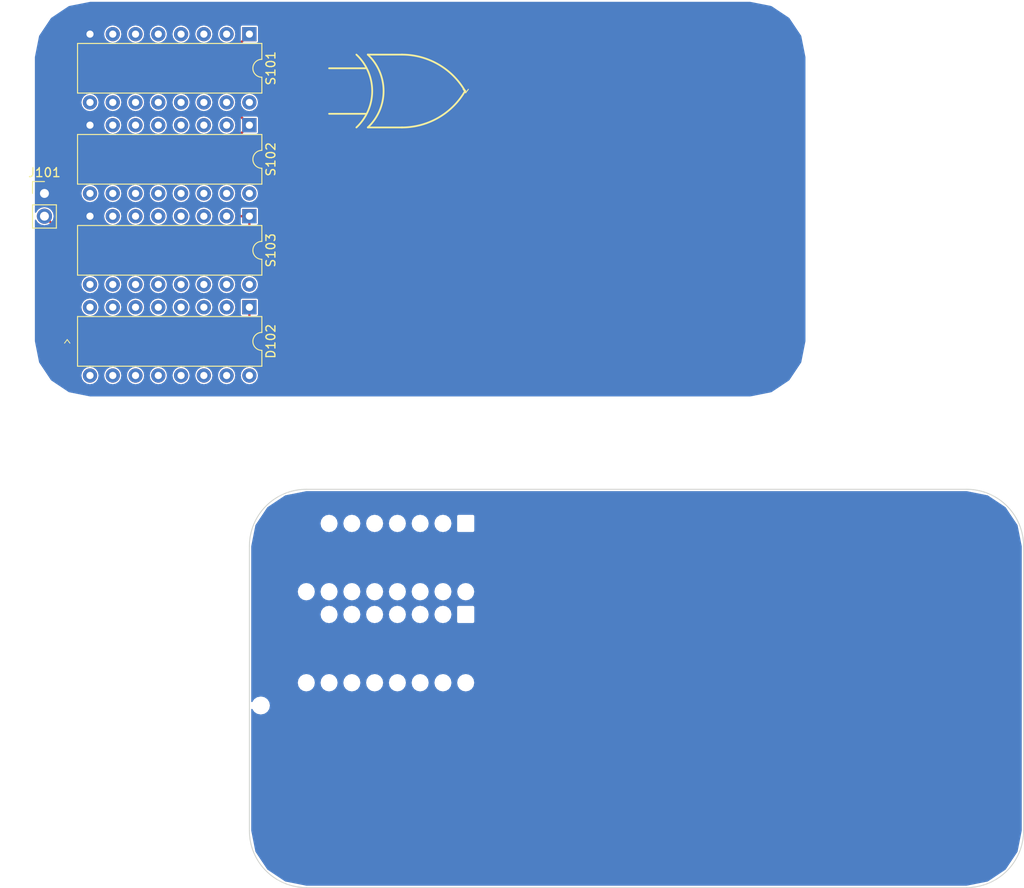
<source format=kicad_pcb>
(kicad_pcb (version 20170123) (host pcbnew no-vcs-found-3ee2f80~59~ubuntu17.04.1)

  (general
    (thickness 1.6)
    (drawings 16)
    (tracks 76)
    (zones 0)
    (modules 16)
    (nets 15)
  )

  (page A4)
  (layers
    (0 F.Cu signal)
    (31 B.Cu signal)
    (32 B.Adhes user)
    (33 F.Adhes user)
    (34 B.Paste user)
    (35 F.Paste user)
    (36 B.SilkS user)
    (37 F.SilkS user)
    (38 B.Mask user)
    (39 F.Mask user)
    (40 Dwgs.User user)
    (41 Cmts.User user)
    (42 Eco1.User user)
    (43 Eco2.User user)
    (44 Edge.Cuts user)
    (45 Margin user)
    (46 B.CrtYd user)
    (47 F.CrtYd user)
    (48 B.Fab user)
    (49 F.Fab user)
  )

  (setup
    (last_trace_width 0.1524)
    (trace_clearance 0.1524)
    (zone_clearance 0.1524)
    (zone_45_only no)
    (trace_min 0.1524)
    (segment_width 0.2)
    (edge_width 0.1)
    (via_size 0.6)
    (via_drill 0.4)
    (via_min_size 0.4)
    (via_min_drill 0.3)
    (uvia_size 0.3)
    (uvia_drill 0.1)
    (uvias_allowed no)
    (uvia_min_size 0)
    (uvia_min_drill 0)
    (pcb_text_width 0.3)
    (pcb_text_size 1.5 1.5)
    (mod_edge_width 0.15)
    (mod_text_size 1 1)
    (mod_text_width 0.15)
    (pad_size 1.5 1.5)
    (pad_drill 0.6)
    (pad_to_mask_clearance 0)
    (aux_axis_origin 0 0)
    (visible_elements FFFFFF7F)
    (pcbplotparams
      (layerselection 0x00030_80000001)
      (usegerberextensions false)
      (excludeedgelayer true)
      (linewidth 0.100000)
      (plotframeref false)
      (viasonmask false)
      (mode 1)
      (useauxorigin false)
      (hpglpennumber 1)
      (hpglpenspeed 20)
      (hpglpendiameter 15)
      (psnegative false)
      (psa4output false)
      (plotreference true)
      (plotvalue true)
      (plotinvisibletext false)
      (padsonsilk false)
      (subtractmaskfromsilk false)
      (outputformat 1)
      (mirror false)
      (drillshape 1)
      (scaleselection 1)
      (outputdirectory ""))
  )

  (net 0 "")
  (net 1 /K)
  (net 2 GND)
  (net 3 /S)
  (net 4 /A)
  (net 5 /C)
  (net 6 VCC)
  (net 7 /SUB)
  (net 8 /B)
  (net 9 "Net-(D101-Pad1)")
  (net 10 "Net-(D102-Pad1)")
  (net 11 /bit0/Y)
  (net 12 /bit0/Y-)
  (net 13 /bit0/#A)
  (net 14 /bit0/#Y)

  (net_class Default "This is the default net class."
    (clearance 0.1524)
    (trace_width 0.1524)
    (via_dia 0.6)
    (via_drill 0.4)
    (uvia_dia 0.3)
    (uvia_drill 0.1)
    (add_net /A)
    (add_net /B)
    (add_net /C)
    (add_net /K)
    (add_net /S)
    (add_net /SUB)
    (add_net /bit0/#A)
    (add_net /bit0/#Y)
    (add_net /bit0/Y)
    (add_net /bit0/Y-)
    (add_net GND)
    (add_net "Net-(D101-Pad1)")
    (add_net "Net-(D102-Pad1)")
    (add_net VCC)
  )

  (module KwanSystems:SMD_0402 (layer F.Cu) (tedit 59095EAF) (tstamp 597267DC)
    (at 96.52 82.55 270)
    (descr "Capacitor SMD 0402, reflow soldering, AVX (see smccp.pdf)")
    (tags "capacitor 0402")
    (path /59724FB3)
    (attr smd)
    (fp_text reference R102 (at 0 0 270) (layer F.Fab)
      (effects (font (size 0.2 0.2) (thickness 0.015)))
    )
    (fp_text value RESISTOR (at 0 -0.4 270) (layer F.Fab)
      (effects (font (size 0.127 0.127) (thickness 0.015)))
    )
    (fp_line (start 1 0.4) (end -1 0.4) (layer F.CrtYd) (width 0.05))
    (fp_line (start 1 0.4) (end 1 -0.4) (layer F.CrtYd) (width 0.05))
    (fp_line (start -1 -0.4) (end -1 0.4) (layer F.CrtYd) (width 0.05))
    (fp_line (start -1 -0.4) (end 1 -0.4) (layer F.CrtYd) (width 0.05))
    (fp_line (start -0.5 -0.25) (end 0.5 -0.25) (layer F.Fab) (width 0.1))
    (fp_line (start 0.5 -0.25) (end 0.5 0.25) (layer F.Fab) (width 0.1))
    (fp_line (start 0.5 0.25) (end -0.5 0.25) (layer F.Fab) (width 0.1))
    (fp_line (start -0.5 0.25) (end -0.5 -0.25) (layer F.Fab) (width 0.1))
    (pad 2 smd rect (at 0.55 0 270) (size 0.6 0.5) (layers F.Cu F.Paste F.Mask)
      (net 2 GND))
    (pad 1 smd rect (at -0.55 0 270) (size 0.6 0.5) (layers F.Cu F.Paste F.Mask)
      (net 10 "Net-(D102-Pad1)"))
    (model Capacitors_SMD.3dshapes/C_0402.wrl
      (at (xyz 0 0 0))
      (scale (xyz 1 1 1))
      (rotate (xyz 0 0 0))
    )
  )

  (module KwanSystems:SMD_0402 (layer F.Cu) (tedit 59095EAF) (tstamp 597267CE)
    (at 72.39 82.55 270)
    (descr "Capacitor SMD 0402, reflow soldering, AVX (see smccp.pdf)")
    (tags "capacitor 0402")
    (path /59725163)
    (attr smd)
    (fp_text reference R101 (at 0 0 270) (layer F.Fab)
      (effects (font (size 0.2 0.2) (thickness 0.015)))
    )
    (fp_text value RESISTOR (at 0 -0.4 270) (layer F.Fab)
      (effects (font (size 0.127 0.127) (thickness 0.015)))
    )
    (fp_line (start 1 0.4) (end -1 0.4) (layer F.CrtYd) (width 0.05))
    (fp_line (start 1 0.4) (end 1 -0.4) (layer F.CrtYd) (width 0.05))
    (fp_line (start -1 -0.4) (end -1 0.4) (layer F.CrtYd) (width 0.05))
    (fp_line (start -1 -0.4) (end 1 -0.4) (layer F.CrtYd) (width 0.05))
    (fp_line (start -0.5 -0.25) (end 0.5 -0.25) (layer F.Fab) (width 0.1))
    (fp_line (start 0.5 -0.25) (end 0.5 0.25) (layer F.Fab) (width 0.1))
    (fp_line (start 0.5 0.25) (end -0.5 0.25) (layer F.Fab) (width 0.1))
    (fp_line (start -0.5 0.25) (end -0.5 -0.25) (layer F.Fab) (width 0.1))
    (pad 2 smd rect (at 0.55 0 270) (size 0.6 0.5) (layers F.Cu F.Paste F.Mask)
      (net 2 GND))
    (pad 1 smd rect (at -0.55 0 270) (size 0.6 0.5) (layers F.Cu F.Paste F.Mask)
      (net 9 "Net-(D101-Pad1)"))
    (model Capacitors_SMD.3dshapes/C_0402.wrl
      (at (xyz 0 0 0))
      (scale (xyz 1 1 1))
      (rotate (xyz 0 0 0))
    )
  )

  (module Pin_Headers:Pin_Header_Straight_1x02_Pitch2.54mm (layer F.Cu) (tedit 59650532) (tstamp 597265F2)
    (at 71.12 66.04)
    (descr "Through hole straight pin header, 1x02, 2.54mm pitch, single row")
    (tags "Through hole pin header THT 1x02 2.54mm single row")
    (path /59724BC8)
    (fp_text reference J101 (at 0 -2.33) (layer F.SilkS)
      (effects (font (size 1 1) (thickness 0.15)))
    )
    (fp_text value CONN_01X02 (at 0 4.87) (layer F.Fab)
      (effects (font (size 1 1) (thickness 0.15)))
    )
    (fp_line (start -0.635 -1.27) (end 1.27 -1.27) (layer F.Fab) (width 0.1))
    (fp_line (start 1.27 -1.27) (end 1.27 3.81) (layer F.Fab) (width 0.1))
    (fp_line (start 1.27 3.81) (end -1.27 3.81) (layer F.Fab) (width 0.1))
    (fp_line (start -1.27 3.81) (end -1.27 -0.635) (layer F.Fab) (width 0.1))
    (fp_line (start -1.27 -0.635) (end -0.635 -1.27) (layer F.Fab) (width 0.1))
    (fp_line (start -1.33 3.87) (end 1.33 3.87) (layer F.SilkS) (width 0.12))
    (fp_line (start -1.33 1.27) (end -1.33 3.87) (layer F.SilkS) (width 0.12))
    (fp_line (start 1.33 1.27) (end 1.33 3.87) (layer F.SilkS) (width 0.12))
    (fp_line (start -1.33 1.27) (end 1.33 1.27) (layer F.SilkS) (width 0.12))
    (fp_line (start -1.33 0) (end -1.33 -1.33) (layer F.SilkS) (width 0.12))
    (fp_line (start -1.33 -1.33) (end 0 -1.33) (layer F.SilkS) (width 0.12))
    (fp_line (start -1.8 -1.8) (end -1.8 4.35) (layer F.CrtYd) (width 0.05))
    (fp_line (start -1.8 4.35) (end 1.8 4.35) (layer F.CrtYd) (width 0.05))
    (fp_line (start 1.8 4.35) (end 1.8 -1.8) (layer F.CrtYd) (width 0.05))
    (fp_line (start 1.8 -1.8) (end -1.8 -1.8) (layer F.CrtYd) (width 0.05))
    (fp_text user %R (at 0 1.27 90) (layer F.Fab)
      (effects (font (size 1 1) (thickness 0.15)))
    )
    (pad 1 thru_hole rect (at 0 0) (size 1.7 1.7) (drill 1) (layers *.Cu *.Mask)
      (net 2 GND))
    (pad 2 thru_hole oval (at 0 2.54) (size 1.7 1.7) (drill 1) (layers *.Cu *.Mask)
      (net 6 VCC))
    (model ${KISYS3DMOD}/Pin_Headers.3dshapes/Pin_Header_Straight_1x02_Pitch2.54mm.wrl
      (at (xyz 0 0 0))
      (scale (xyz 1 1 1))
      (rotate (xyz 0 0 0))
    )
  )

  (module Housings_DIP:DIP-16_W7.62mm (layer F.Cu) (tedit 58CC8E2D) (tstamp 59722340)
    (at 93.98 78.74 270)
    (descr "16-lead dip package, row spacing 7.62 mm (300 mils)")
    (tags "DIL DIP PDIP 2.54mm 7.62mm 300mil")
    (path /59711DE8)
    (fp_text reference D102 (at 3.81 -2.39 270) (layer F.SilkS)
      (effects (font (size 1 1) (thickness 0.15)))
    )
    (fp_text value S (at 3.81 20.17 270) (layer F.Fab)
      (effects (font (size 1 1) (thickness 0.15)))
    )
    (fp_text user %R (at 3.81 8.89 270) (layer F.Fab)
      (effects (font (size 1 1) (thickness 0.15)))
    )
    (fp_line (start 1.635 -1.27) (end 6.985 -1.27) (layer F.Fab) (width 0.1))
    (fp_line (start 6.985 -1.27) (end 6.985 19.05) (layer F.Fab) (width 0.1))
    (fp_line (start 6.985 19.05) (end 0.635 19.05) (layer F.Fab) (width 0.1))
    (fp_line (start 0.635 19.05) (end 0.635 -0.27) (layer F.Fab) (width 0.1))
    (fp_line (start 0.635 -0.27) (end 1.635 -1.27) (layer F.Fab) (width 0.1))
    (fp_line (start 2.81 -1.39) (end 1.04 -1.39) (layer F.SilkS) (width 0.12))
    (fp_line (start 1.04 -1.39) (end 1.04 19.17) (layer F.SilkS) (width 0.12))
    (fp_line (start 1.04 19.17) (end 6.58 19.17) (layer F.SilkS) (width 0.12))
    (fp_line (start 6.58 19.17) (end 6.58 -1.39) (layer F.SilkS) (width 0.12))
    (fp_line (start 6.58 -1.39) (end 4.81 -1.39) (layer F.SilkS) (width 0.12))
    (fp_line (start -1.1 -1.6) (end -1.1 19.3) (layer F.CrtYd) (width 0.05))
    (fp_line (start -1.1 19.3) (end 8.7 19.3) (layer F.CrtYd) (width 0.05))
    (fp_line (start 8.7 19.3) (end 8.7 -1.6) (layer F.CrtYd) (width 0.05))
    (fp_line (start 8.7 -1.6) (end -1.1 -1.6) (layer F.CrtYd) (width 0.05))
    (fp_arc (start 3.81 -1.39) (end 2.81 -1.39) (angle -180) (layer F.SilkS) (width 0.12))
    (pad 1 thru_hole rect (at 0 0 270) (size 1.6 1.6) (drill 0.8) (layers *.Cu *.Mask)
      (net 10 "Net-(D102-Pad1)"))
    (pad 9 thru_hole oval (at 7.62 17.78 270) (size 1.6 1.6) (drill 0.8) (layers *.Cu *.Mask))
    (pad 2 thru_hole oval (at 0 2.54 270) (size 1.6 1.6) (drill 0.8) (layers *.Cu *.Mask))
    (pad 10 thru_hole oval (at 7.62 15.24 270) (size 1.6 1.6) (drill 0.8) (layers *.Cu *.Mask))
    (pad 3 thru_hole oval (at 0 5.08 270) (size 1.6 1.6) (drill 0.8) (layers *.Cu *.Mask))
    (pad 11 thru_hole oval (at 7.62 12.7 270) (size 1.6 1.6) (drill 0.8) (layers *.Cu *.Mask))
    (pad 4 thru_hole oval (at 0 7.62 270) (size 1.6 1.6) (drill 0.8) (layers *.Cu *.Mask))
    (pad 12 thru_hole oval (at 7.62 10.16 270) (size 1.6 1.6) (drill 0.8) (layers *.Cu *.Mask))
    (pad 5 thru_hole oval (at 0 10.16 270) (size 1.6 1.6) (drill 0.8) (layers *.Cu *.Mask))
    (pad 13 thru_hole oval (at 7.62 7.62 270) (size 1.6 1.6) (drill 0.8) (layers *.Cu *.Mask))
    (pad 6 thru_hole oval (at 0 12.7 270) (size 1.6 1.6) (drill 0.8) (layers *.Cu *.Mask))
    (pad 14 thru_hole oval (at 7.62 5.08 270) (size 1.6 1.6) (drill 0.8) (layers *.Cu *.Mask))
    (pad 7 thru_hole oval (at 0 15.24 270) (size 1.6 1.6) (drill 0.8) (layers *.Cu *.Mask))
    (pad 15 thru_hole oval (at 7.62 2.54 270) (size 1.6 1.6) (drill 0.8) (layers *.Cu *.Mask))
    (pad 8 thru_hole oval (at 0 17.78 270) (size 1.6 1.6) (drill 0.8) (layers *.Cu *.Mask))
    (pad 16 thru_hole oval (at 7.62 0 270) (size 1.6 1.6) (drill 0.8) (layers *.Cu *.Mask)
      (net 3 /S))
    (model ${KISYS3DMOD}/Housings_DIP.3dshapes/DIP-16_W7.62mm.wrl
      (at (xyz 0 0 0))
      (scale (xyz 1 1 1))
      (rotate (xyz 0 0 0))
    )
  )

  (module Housings_DIP:DIP-16_W7.62mm (layer F.Cu) (tedit 58CC8E2D) (tstamp 5970FE5E)
    (at 93.98 68.58 270)
    (descr "16-lead dip package, row spacing 7.62 mm (300 mils)")
    (tags "DIL DIP PDIP 2.54mm 7.62mm 300mil")
    (path /59710157)
    (fp_text reference S103 (at 3.81 -2.39 270) (layer F.SilkS)
      (effects (font (size 1 1) (thickness 0.15)))
    )
    (fp_text value C (at 3.81 20.17 270) (layer F.Fab)
      (effects (font (size 1 1) (thickness 0.15)))
    )
    (fp_text user %R (at 3.81 8.89 270) (layer F.Fab)
      (effects (font (size 1 1) (thickness 0.15)))
    )
    (fp_line (start 1.635 -1.27) (end 6.985 -1.27) (layer F.Fab) (width 0.1))
    (fp_line (start 6.985 -1.27) (end 6.985 19.05) (layer F.Fab) (width 0.1))
    (fp_line (start 6.985 19.05) (end 0.635 19.05) (layer F.Fab) (width 0.1))
    (fp_line (start 0.635 19.05) (end 0.635 -0.27) (layer F.Fab) (width 0.1))
    (fp_line (start 0.635 -0.27) (end 1.635 -1.27) (layer F.Fab) (width 0.1))
    (fp_line (start 2.81 -1.39) (end 1.04 -1.39) (layer F.SilkS) (width 0.12))
    (fp_line (start 1.04 -1.39) (end 1.04 19.17) (layer F.SilkS) (width 0.12))
    (fp_line (start 1.04 19.17) (end 6.58 19.17) (layer F.SilkS) (width 0.12))
    (fp_line (start 6.58 19.17) (end 6.58 -1.39) (layer F.SilkS) (width 0.12))
    (fp_line (start 6.58 -1.39) (end 4.81 -1.39) (layer F.SilkS) (width 0.12))
    (fp_line (start -1.1 -1.6) (end -1.1 19.3) (layer F.CrtYd) (width 0.05))
    (fp_line (start -1.1 19.3) (end 8.7 19.3) (layer F.CrtYd) (width 0.05))
    (fp_line (start 8.7 19.3) (end 8.7 -1.6) (layer F.CrtYd) (width 0.05))
    (fp_line (start 8.7 -1.6) (end -1.1 -1.6) (layer F.CrtYd) (width 0.05))
    (fp_arc (start 3.81 -1.39) (end 2.81 -1.39) (angle -180) (layer F.SilkS) (width 0.12))
    (pad 1 thru_hole rect (at 0 0 270) (size 1.6 1.6) (drill 0.8) (layers *.Cu *.Mask)
      (net 6 VCC))
    (pad 9 thru_hole oval (at 7.62 17.78 270) (size 1.6 1.6) (drill 0.8) (layers *.Cu *.Mask))
    (pad 2 thru_hole oval (at 0 2.54 270) (size 1.6 1.6) (drill 0.8) (layers *.Cu *.Mask))
    (pad 10 thru_hole oval (at 7.62 15.24 270) (size 1.6 1.6) (drill 0.8) (layers *.Cu *.Mask))
    (pad 3 thru_hole oval (at 0 5.08 270) (size 1.6 1.6) (drill 0.8) (layers *.Cu *.Mask))
    (pad 11 thru_hole oval (at 7.62 12.7 270) (size 1.6 1.6) (drill 0.8) (layers *.Cu *.Mask))
    (pad 4 thru_hole oval (at 0 7.62 270) (size 1.6 1.6) (drill 0.8) (layers *.Cu *.Mask))
    (pad 12 thru_hole oval (at 7.62 10.16 270) (size 1.6 1.6) (drill 0.8) (layers *.Cu *.Mask))
    (pad 5 thru_hole oval (at 0 10.16 270) (size 1.6 1.6) (drill 0.8) (layers *.Cu *.Mask))
    (pad 13 thru_hole oval (at 7.62 7.62 270) (size 1.6 1.6) (drill 0.8) (layers *.Cu *.Mask))
    (pad 6 thru_hole oval (at 0 12.7 270) (size 1.6 1.6) (drill 0.8) (layers *.Cu *.Mask))
    (pad 14 thru_hole oval (at 7.62 5.08 270) (size 1.6 1.6) (drill 0.8) (layers *.Cu *.Mask))
    (pad 7 thru_hole oval (at 0 15.24 270) (size 1.6 1.6) (drill 0.8) (layers *.Cu *.Mask))
    (pad 15 thru_hole oval (at 7.62 2.54 270) (size 1.6 1.6) (drill 0.8) (layers *.Cu *.Mask)
      (net 7 /SUB))
    (pad 8 thru_hole oval (at 0 17.78 270) (size 1.6 1.6) (drill 0.8) (layers *.Cu *.Mask)
      (net 2 GND))
    (pad 16 thru_hole oval (at 7.62 0 270) (size 1.6 1.6) (drill 0.8) (layers *.Cu *.Mask)
      (net 5 /C))
    (model ${KISYS3DMOD}/Housings_DIP.3dshapes/DIP-16_W7.62mm.wrl
      (at (xyz 0 0 0))
      (scale (xyz 1 1 1))
      (rotate (xyz 0 0 0))
    )
  )

  (module Housings_DIP:DIP-16_W7.62mm (layer F.Cu) (tedit 58CC8E2D) (tstamp 5970FE3B)
    (at 93.98 58.42 270)
    (descr "16-lead dip package, row spacing 7.62 mm (300 mils)")
    (tags "DIL DIP PDIP 2.54mm 7.62mm 300mil")
    (path /597100DB)
    (fp_text reference S102 (at 3.81 -2.39 270) (layer F.SilkS)
      (effects (font (size 1 1) (thickness 0.15)))
    )
    (fp_text value B (at 3.81 20.17 270) (layer F.Fab)
      (effects (font (size 1 1) (thickness 0.15)))
    )
    (fp_text user %R (at 3.81 8.89 270) (layer F.Fab)
      (effects (font (size 1 1) (thickness 0.15)))
    )
    (fp_line (start 1.635 -1.27) (end 6.985 -1.27) (layer F.Fab) (width 0.1))
    (fp_line (start 6.985 -1.27) (end 6.985 19.05) (layer F.Fab) (width 0.1))
    (fp_line (start 6.985 19.05) (end 0.635 19.05) (layer F.Fab) (width 0.1))
    (fp_line (start 0.635 19.05) (end 0.635 -0.27) (layer F.Fab) (width 0.1))
    (fp_line (start 0.635 -0.27) (end 1.635 -1.27) (layer F.Fab) (width 0.1))
    (fp_line (start 2.81 -1.39) (end 1.04 -1.39) (layer F.SilkS) (width 0.12))
    (fp_line (start 1.04 -1.39) (end 1.04 19.17) (layer F.SilkS) (width 0.12))
    (fp_line (start 1.04 19.17) (end 6.58 19.17) (layer F.SilkS) (width 0.12))
    (fp_line (start 6.58 19.17) (end 6.58 -1.39) (layer F.SilkS) (width 0.12))
    (fp_line (start 6.58 -1.39) (end 4.81 -1.39) (layer F.SilkS) (width 0.12))
    (fp_line (start -1.1 -1.6) (end -1.1 19.3) (layer F.CrtYd) (width 0.05))
    (fp_line (start -1.1 19.3) (end 8.7 19.3) (layer F.CrtYd) (width 0.05))
    (fp_line (start 8.7 19.3) (end 8.7 -1.6) (layer F.CrtYd) (width 0.05))
    (fp_line (start 8.7 -1.6) (end -1.1 -1.6) (layer F.CrtYd) (width 0.05))
    (fp_arc (start 3.81 -1.39) (end 2.81 -1.39) (angle -180) (layer F.SilkS) (width 0.12))
    (pad 1 thru_hole rect (at 0 0 270) (size 1.6 1.6) (drill 0.8) (layers *.Cu *.Mask)
      (net 6 VCC))
    (pad 9 thru_hole oval (at 7.62 17.78 270) (size 1.6 1.6) (drill 0.8) (layers *.Cu *.Mask))
    (pad 2 thru_hole oval (at 0 2.54 270) (size 1.6 1.6) (drill 0.8) (layers *.Cu *.Mask))
    (pad 10 thru_hole oval (at 7.62 15.24 270) (size 1.6 1.6) (drill 0.8) (layers *.Cu *.Mask))
    (pad 3 thru_hole oval (at 0 5.08 270) (size 1.6 1.6) (drill 0.8) (layers *.Cu *.Mask))
    (pad 11 thru_hole oval (at 7.62 12.7 270) (size 1.6 1.6) (drill 0.8) (layers *.Cu *.Mask))
    (pad 4 thru_hole oval (at 0 7.62 270) (size 1.6 1.6) (drill 0.8) (layers *.Cu *.Mask))
    (pad 12 thru_hole oval (at 7.62 10.16 270) (size 1.6 1.6) (drill 0.8) (layers *.Cu *.Mask))
    (pad 5 thru_hole oval (at 0 10.16 270) (size 1.6 1.6) (drill 0.8) (layers *.Cu *.Mask))
    (pad 13 thru_hole oval (at 7.62 7.62 270) (size 1.6 1.6) (drill 0.8) (layers *.Cu *.Mask))
    (pad 6 thru_hole oval (at 0 12.7 270) (size 1.6 1.6) (drill 0.8) (layers *.Cu *.Mask))
    (pad 14 thru_hole oval (at 7.62 5.08 270) (size 1.6 1.6) (drill 0.8) (layers *.Cu *.Mask))
    (pad 7 thru_hole oval (at 0 15.24 270) (size 1.6 1.6) (drill 0.8) (layers *.Cu *.Mask))
    (pad 15 thru_hole oval (at 7.62 2.54 270) (size 1.6 1.6) (drill 0.8) (layers *.Cu *.Mask))
    (pad 8 thru_hole oval (at 0 17.78 270) (size 1.6 1.6) (drill 0.8) (layers *.Cu *.Mask)
      (net 2 GND))
    (pad 16 thru_hole oval (at 7.62 0 270) (size 1.6 1.6) (drill 0.8) (layers *.Cu *.Mask)
      (net 8 /B))
    (model ${KISYS3DMOD}/Housings_DIP.3dshapes/DIP-16_W7.62mm.wrl
      (at (xyz 0 0 0))
      (scale (xyz 1 1 1))
      (rotate (xyz 0 0 0))
    )
  )

  (module Housings_DIP:DIP-16_W7.62mm (layer F.Cu) (tedit 58CC8E2D) (tstamp 5970FE18)
    (at 93.98 48.26 270)
    (descr "16-lead dip package, row spacing 7.62 mm (300 mils)")
    (tags "DIL DIP PDIP 2.54mm 7.62mm 300mil")
    (path /5970FD98)
    (fp_text reference S101 (at 3.81 -2.39 270) (layer F.SilkS)
      (effects (font (size 1 1) (thickness 0.15)))
    )
    (fp_text value A (at 3.81 20.17 270) (layer F.Fab)
      (effects (font (size 1 1) (thickness 0.15)))
    )
    (fp_text user %R (at 3.81 8.89 270) (layer F.Fab)
      (effects (font (size 1 1) (thickness 0.15)))
    )
    (fp_line (start 1.635 -1.27) (end 6.985 -1.27) (layer F.Fab) (width 0.1))
    (fp_line (start 6.985 -1.27) (end 6.985 19.05) (layer F.Fab) (width 0.1))
    (fp_line (start 6.985 19.05) (end 0.635 19.05) (layer F.Fab) (width 0.1))
    (fp_line (start 0.635 19.05) (end 0.635 -0.27) (layer F.Fab) (width 0.1))
    (fp_line (start 0.635 -0.27) (end 1.635 -1.27) (layer F.Fab) (width 0.1))
    (fp_line (start 2.81 -1.39) (end 1.04 -1.39) (layer F.SilkS) (width 0.12))
    (fp_line (start 1.04 -1.39) (end 1.04 19.17) (layer F.SilkS) (width 0.12))
    (fp_line (start 1.04 19.17) (end 6.58 19.17) (layer F.SilkS) (width 0.12))
    (fp_line (start 6.58 19.17) (end 6.58 -1.39) (layer F.SilkS) (width 0.12))
    (fp_line (start 6.58 -1.39) (end 4.81 -1.39) (layer F.SilkS) (width 0.12))
    (fp_line (start -1.1 -1.6) (end -1.1 19.3) (layer F.CrtYd) (width 0.05))
    (fp_line (start -1.1 19.3) (end 8.7 19.3) (layer F.CrtYd) (width 0.05))
    (fp_line (start 8.7 19.3) (end 8.7 -1.6) (layer F.CrtYd) (width 0.05))
    (fp_line (start 8.7 -1.6) (end -1.1 -1.6) (layer F.CrtYd) (width 0.05))
    (fp_arc (start 3.81 -1.39) (end 2.81 -1.39) (angle -180) (layer F.SilkS) (width 0.12))
    (pad 1 thru_hole rect (at 0 0 270) (size 1.6 1.6) (drill 0.8) (layers *.Cu *.Mask)
      (net 6 VCC))
    (pad 9 thru_hole oval (at 7.62 17.78 270) (size 1.6 1.6) (drill 0.8) (layers *.Cu *.Mask))
    (pad 2 thru_hole oval (at 0 2.54 270) (size 1.6 1.6) (drill 0.8) (layers *.Cu *.Mask))
    (pad 10 thru_hole oval (at 7.62 15.24 270) (size 1.6 1.6) (drill 0.8) (layers *.Cu *.Mask))
    (pad 3 thru_hole oval (at 0 5.08 270) (size 1.6 1.6) (drill 0.8) (layers *.Cu *.Mask))
    (pad 11 thru_hole oval (at 7.62 12.7 270) (size 1.6 1.6) (drill 0.8) (layers *.Cu *.Mask))
    (pad 4 thru_hole oval (at 0 7.62 270) (size 1.6 1.6) (drill 0.8) (layers *.Cu *.Mask))
    (pad 12 thru_hole oval (at 7.62 10.16 270) (size 1.6 1.6) (drill 0.8) (layers *.Cu *.Mask))
    (pad 5 thru_hole oval (at 0 10.16 270) (size 1.6 1.6) (drill 0.8) (layers *.Cu *.Mask))
    (pad 13 thru_hole oval (at 7.62 7.62 270) (size 1.6 1.6) (drill 0.8) (layers *.Cu *.Mask))
    (pad 6 thru_hole oval (at 0 12.7 270) (size 1.6 1.6) (drill 0.8) (layers *.Cu *.Mask))
    (pad 14 thru_hole oval (at 7.62 5.08 270) (size 1.6 1.6) (drill 0.8) (layers *.Cu *.Mask))
    (pad 7 thru_hole oval (at 0 15.24 270) (size 1.6 1.6) (drill 0.8) (layers *.Cu *.Mask))
    (pad 15 thru_hole oval (at 7.62 2.54 270) (size 1.6 1.6) (drill 0.8) (layers *.Cu *.Mask))
    (pad 8 thru_hole oval (at 0 17.78 270) (size 1.6 1.6) (drill 0.8) (layers *.Cu *.Mask)
      (net 2 GND))
    (pad 16 thru_hole oval (at 7.62 0 270) (size 1.6 1.6) (drill 0.8) (layers *.Cu *.Mask)
      (net 4 /A))
    (model ${KISYS3DMOD}/Housings_DIP.3dshapes/DIP-16_W7.62mm.wrl
      (at (xyz 0 0 0))
      (scale (xyz 1 1 1))
      (rotate (xyz 0 0 0))
    )
  )

  (module KwanSystems:D_0603 (layer F.Cu) (tedit 59096247) (tstamp 5970F38A)
    (at 73.66 82.55 270)
    (descr "LED 0603 smd package")
    (tags "LED led 0603 SMD smd SMT smt smdled SMDLED smtled SMTLED")
    (path /5970F37E)
    (attr smd)
    (fp_text reference D101 (at 1.2 -0.5 270) (layer F.Fab)
      (effects (font (size 0.2 0.2) (thickness 0.015)))
    )
    (fp_text value K (at 1.1 0.5 270) (layer F.Fab)
      (effects (font (size 0.2 0.2) (thickness 0.015)))
    )
    (fp_line (start -0.2 0) (end 0.2 -0.3) (layer F.SilkS) (width 0.1))
    (fp_line (start 0.2 0.3) (end -0.2 0) (layer F.SilkS) (width 0.1))
    (fp_line (start 0.8 0.4) (end -0.8 0.4) (layer F.Fab) (width 0.1))
    (fp_line (start 0.8 -0.4) (end 0.8 0.4) (layer F.Fab) (width 0.1))
    (fp_line (start -0.8 -0.4) (end 0.8 -0.4) (layer F.Fab) (width 0.1))
    (fp_line (start -0.8 0.4) (end -0.8 -0.4) (layer F.Fab) (width 0.1))
    (fp_line (start 1.45 -0.65) (end 1.45 0.65) (layer F.CrtYd) (width 0.05))
    (fp_line (start 1.45 0.65) (end -1.45 0.65) (layer F.CrtYd) (width 0.05))
    (fp_line (start -1.45 0.65) (end -1.45 -0.65) (layer F.CrtYd) (width 0.05))
    (fp_line (start -1.45 -0.65) (end 1.45 -0.65) (layer F.CrtYd) (width 0.05))
    (pad 2 smd rect (at 0.8 0 90) (size 0.8 0.8) (layers F.Cu F.Paste F.Mask)
      (net 1 /K))
    (pad 1 smd rect (at -0.8 0 90) (size 0.8 0.8) (layers F.Cu F.Paste F.Mask)
      (net 9 "Net-(D101-Pad1)"))
    (model LEDs.3dshapes/LED_0603.wrl
      (at (xyz 0 0 0))
      (scale (xyz 1 1 1))
      (rotate (xyz 0 0 180))
    )
  )

  (module KwanSystems:SOT-143 (layer F.Cu) (tedit 59765B7E) (tstamp 59765FC8)
    (at 112.014 52.578 270)
    (descr SOT-143)
    (tags SOT-143)
    (path /596E3F12/59765865)
    (attr smd)
    (fp_text reference Q203 (at 0.02 -2.38 270) (layer F.SilkS) hide
      (effects (font (size 1 1) (thickness 0.15)))
    )
    (fp_text value PMOS_BODY (at -0.28 2.48 270) (layer F.Fab) hide
      (effects (font (size 1 1) (thickness 0.15)))
    )
    (fp_text user %R (at 0 0) (layer F.Fab)
      (effects (font (size 0.5 0.5) (thickness 0.075)))
    )
    (fp_line (start -1.2 -1) (end -0.7 -1.5) (layer F.Fab) (width 0.1))
    (fp_line (start -0.7 -1.5) (end 1.2 -1.5) (layer F.Fab) (width 0.1))
    (fp_line (start -1.2 1.5) (end -1.2 -1) (layer F.Fab) (width 0.1))
    (fp_line (start 1.2 1.5) (end -1.2 1.5) (layer F.Fab) (width 0.1))
    (fp_line (start 1.2 -1.5) (end 1.2 1.5) (layer F.Fab) (width 0.1))
    (fp_line (start 2.05 -1.75) (end 2.05 1.75) (layer F.CrtYd) (width 0.05))
    (fp_line (start 2.05 -1.75) (end -2.05 -1.75) (layer F.CrtYd) (width 0.05))
    (fp_line (start -2.05 1.75) (end 2.05 1.75) (layer F.CrtYd) (width 0.05))
    (fp_line (start -2.05 1.75) (end -2.05 -1.75) (layer F.CrtYd) (width 0.05))
    (pad 1 smd rect (at -1.1 -0.77 180) (size 1.2 1.4) (layers F.Cu F.Paste F.Mask)
      (net 6 VCC))
    (pad 2 smd rect (at -1.1 0.95 180) (size 1 1.4) (layers F.Cu F.Paste F.Mask)
      (net 14 /bit0/#Y))
    (pad 3 smd rect (at 1.1 0.95 180) (size 1 1.4) (layers F.Cu F.Paste F.Mask)
      (net 8 /B))
    (pad 4 smd rect (at 1.1 -0.95 180) (size 1 1.4) (layers F.Cu F.Paste F.Mask)
      (net 13 /bit0/#A))
    (model ${KISYS3DMOD}/TO_SOT_Packages_SMD.3dshapes/SOT-143.wrl
      (at (xyz 0 0 0))
      (scale (xyz 1 1 1))
      (rotate (xyz 0 0 90))
    )
  )

  (module KwanSystems:SMD_0402 (layer F.Cu) (tedit 59095EAF) (tstamp 59726814)
    (at 116.586 54.61 180)
    (descr "Capacitor SMD 0402, reflow soldering, AVX (see smccp.pdf)")
    (tags "capacitor 0402")
    (path /596E3F12/59725531)
    (attr smd)
    (fp_text reference R201 (at 0 0 180) (layer F.Fab)
      (effects (font (size 0.2 0.2) (thickness 0.015)))
    )
    (fp_text value RESISTOR (at 0 -0.4 180) (layer F.Fab)
      (effects (font (size 0.127 0.127) (thickness 0.015)))
    )
    (fp_line (start 1 0.4) (end -1 0.4) (layer F.CrtYd) (width 0.05))
    (fp_line (start 1 0.4) (end 1 -0.4) (layer F.CrtYd) (width 0.05))
    (fp_line (start -1 -0.4) (end -1 0.4) (layer F.CrtYd) (width 0.05))
    (fp_line (start -1 -0.4) (end 1 -0.4) (layer F.CrtYd) (width 0.05))
    (fp_line (start -0.5 -0.25) (end 0.5 -0.25) (layer F.Fab) (width 0.1))
    (fp_line (start 0.5 -0.25) (end 0.5 0.25) (layer F.Fab) (width 0.1))
    (fp_line (start 0.5 0.25) (end -0.5 0.25) (layer F.Fab) (width 0.1))
    (fp_line (start -0.5 0.25) (end -0.5 -0.25) (layer F.Fab) (width 0.1))
    (pad 2 smd rect (at 0.55 0 180) (size 0.6 0.5) (layers F.Cu F.Paste F.Mask)
      (net 2 GND))
    (pad 1 smd rect (at -0.55 0 180) (size 0.6 0.5) (layers F.Cu F.Paste F.Mask)
      (net 12 /bit0/Y-))
    (model Capacitors_SMD.3dshapes/C_0402.wrl
      (at (xyz 0 0 0))
      (scale (xyz 1 1 1))
      (rotate (xyz 0 0 0))
    )
  )

  (module KwanSystems:D_0603 (layer F.Cu) (tedit 59096247) (tstamp 597267A0)
    (at 118.11 54.61 90)
    (descr "LED 0603 smd package")
    (tags "LED led 0603 SMD smd SMT smt smdled SMDLED smtled SMTLED")
    (path /596E3F12/59725495)
    (attr smd)
    (fp_text reference D201 (at 1.2 -0.5 90) (layer F.Fab)
      (effects (font (size 0.2 0.2) (thickness 0.015)))
    )
    (fp_text value Y (at 1.1 0.5 90) (layer F.Fab)
      (effects (font (size 0.2 0.2) (thickness 0.015)))
    )
    (fp_line (start -0.2 0) (end 0.2 -0.3) (layer F.SilkS) (width 0.1))
    (fp_line (start 0.2 0.3) (end -0.2 0) (layer F.SilkS) (width 0.1))
    (fp_line (start 0.8 0.4) (end -0.8 0.4) (layer F.Fab) (width 0.1))
    (fp_line (start 0.8 -0.4) (end 0.8 0.4) (layer F.Fab) (width 0.1))
    (fp_line (start -0.8 -0.4) (end 0.8 -0.4) (layer F.Fab) (width 0.1))
    (fp_line (start -0.8 0.4) (end -0.8 -0.4) (layer F.Fab) (width 0.1))
    (fp_line (start 1.45 -0.65) (end 1.45 0.65) (layer F.CrtYd) (width 0.05))
    (fp_line (start 1.45 0.65) (end -1.45 0.65) (layer F.CrtYd) (width 0.05))
    (fp_line (start -1.45 0.65) (end -1.45 -0.65) (layer F.CrtYd) (width 0.05))
    (fp_line (start -1.45 -0.65) (end 1.45 -0.65) (layer F.CrtYd) (width 0.05))
    (pad 2 smd rect (at 0.8 0 270) (size 0.8 0.8) (layers F.Cu F.Paste F.Mask)
      (net 11 /bit0/Y))
    (pad 1 smd rect (at -0.8 0 270) (size 0.8 0.8) (layers F.Cu F.Paste F.Mask)
      (net 12 /bit0/Y-))
    (model LEDs.3dshapes/LED_0603.wrl
      (at (xyz 0 0 0))
      (scale (xyz 1 1 1))
      (rotate (xyz 0 0 180))
    )
  )

  (module KwanSystems:SOT-23 (layer F.Cu) (tedit 59742048) (tstamp 597234AA)
    (at 115.316 56.642 90)
    (descr "SOT-23, Standard")
    (tags SOT-23)
    (path /596E3F12/59722DE2)
    (attr smd)
    (fp_text reference Q206 (at 0 0 180) (layer F.SilkS) hide
      (effects (font (size 0.5 0.5) (thickness 0.075)))
    )
    (fp_text value NMOS (at -0.90424 -0.01016 180) (layer F.Fab)
      (effects (font (size 0.2 0.2) (thickness 0.015)))
    )
    (fp_text user D (at 0.4 0 180) (layer F.Fab)
      (effects (font (size 0.2 0.2) (thickness 0.015)))
    )
    (fp_text user %R (at 0 0 180) (layer F.Fab)
      (effects (font (size 0.5 0.5) (thickness 0.075)))
    )
    (fp_line (start -0.7 -1.5) (end -0.7 1.5) (layer F.Fab) (width 0.1))
    (fp_line (start -0.7 -1.52) (end 0.7 -1.52) (layer F.Fab) (width 0.1))
    (fp_line (start 0.7 -1.52) (end 0.7 1.52) (layer F.Fab) (width 0.1))
    (fp_line (start -0.7 1.52) (end 0.7 1.52) (layer F.Fab) (width 0.1))
    (fp_line (start -1.7 -1.75) (end 1.7 -1.75) (layer F.CrtYd) (width 0.05))
    (fp_line (start 1.7 -1.75) (end 1.7 1.75) (layer F.CrtYd) (width 0.05))
    (fp_line (start 1.7 1.75) (end -1.7 1.75) (layer F.CrtYd) (width 0.05))
    (fp_line (start -1.7 1.75) (end -1.7 -1.75) (layer F.CrtYd) (width 0.05))
    (fp_text user S (at -0.4 1 180) (layer F.Fab)
      (effects (font (size 0.2 0.2) (thickness 0.015)))
    )
    (fp_text user G (at -0.4 -1 180) (layer F.Fab)
      (effects (font (size 0.2 0.2) (thickness 0.015)))
    )
    (pad 1 smd rect (at -1 -0.95 90) (size 0.9 0.8) (layers F.Cu F.Paste F.Mask)
      (net 14 /bit0/#Y))
    (pad 2 smd rect (at -1 0.95 90) (size 0.9 0.8) (layers F.Cu F.Paste F.Mask)
      (net 2 GND))
    (pad 3 smd rect (at 1 0 90) (size 0.9 0.8) (layers F.Cu F.Paste F.Mask)
      (net 11 /bit0/Y))
    (model ${KISYS3DMOD}/TO_SOT_Packages_SMD.3dshapes/SOT-23.wrl
      (at (xyz 0 0 0))
      (scale (xyz 1 1 1))
      (rotate (xyz 0 0 0))
    )
  )

  (module KwanSystems:SOT-23 (layer F.Cu) (tedit 59742048) (tstamp 5972349B)
    (at 115.316 52.578 270)
    (descr "SOT-23, Standard")
    (tags SOT-23)
    (path /596E3F12/59722D7D)
    (attr smd)
    (fp_text reference Q205 (at 0 0) (layer F.SilkS) hide
      (effects (font (size 0.5 0.5) (thickness 0.075)))
    )
    (fp_text value PMOS (at -0.90424 -0.01016) (layer F.Fab)
      (effects (font (size 0.2 0.2) (thickness 0.015)))
    )
    (fp_text user D (at 0.4 0) (layer F.Fab)
      (effects (font (size 0.2 0.2) (thickness 0.015)))
    )
    (fp_text user %R (at 0 0) (layer F.Fab)
      (effects (font (size 0.5 0.5) (thickness 0.075)))
    )
    (fp_line (start -0.7 -1.5) (end -0.7 1.5) (layer F.Fab) (width 0.1))
    (fp_line (start -0.7 -1.52) (end 0.7 -1.52) (layer F.Fab) (width 0.1))
    (fp_line (start 0.7 -1.52) (end 0.7 1.52) (layer F.Fab) (width 0.1))
    (fp_line (start -0.7 1.52) (end 0.7 1.52) (layer F.Fab) (width 0.1))
    (fp_line (start -1.7 -1.75) (end 1.7 -1.75) (layer F.CrtYd) (width 0.05))
    (fp_line (start 1.7 -1.75) (end 1.7 1.75) (layer F.CrtYd) (width 0.05))
    (fp_line (start 1.7 1.75) (end -1.7 1.75) (layer F.CrtYd) (width 0.05))
    (fp_line (start -1.7 1.75) (end -1.7 -1.75) (layer F.CrtYd) (width 0.05))
    (fp_text user S (at -0.4 1) (layer F.Fab)
      (effects (font (size 0.2 0.2) (thickness 0.015)))
    )
    (fp_text user G (at -0.4 -1) (layer F.Fab)
      (effects (font (size 0.2 0.2) (thickness 0.015)))
    )
    (pad 1 smd rect (at -1 -0.95 270) (size 0.9 0.8) (layers F.Cu F.Paste F.Mask)
      (net 14 /bit0/#Y))
    (pad 2 smd rect (at -1 0.95 270) (size 0.9 0.8) (layers F.Cu F.Paste F.Mask)
      (net 6 VCC))
    (pad 3 smd rect (at 1 0 270) (size 0.9 0.8) (layers F.Cu F.Paste F.Mask)
      (net 11 /bit0/Y))
    (model ${KISYS3DMOD}/TO_SOT_Packages_SMD.3dshapes/SOT-23.wrl
      (at (xyz 0 0 0))
      (scale (xyz 1 1 1))
      (rotate (xyz 0 0 0))
    )
  )

  (module KwanSystems:SOT-23 (layer F.Cu) (tedit 59742048) (tstamp 5972346E)
    (at 108.712 56.642 90)
    (descr "SOT-23, Standard")
    (tags SOT-23)
    (path /596E3F12/59722202)
    (attr smd)
    (fp_text reference Q202 (at 0 0 180) (layer F.SilkS) hide
      (effects (font (size 0.5 0.5) (thickness 0.075)))
    )
    (fp_text value NMOS (at -0.90424 -0.01016 180) (layer F.Fab)
      (effects (font (size 0.2 0.2) (thickness 0.015)))
    )
    (fp_text user D (at 0.4 0 180) (layer F.Fab)
      (effects (font (size 0.2 0.2) (thickness 0.015)))
    )
    (fp_text user %R (at 0 0 180) (layer F.Fab)
      (effects (font (size 0.5 0.5) (thickness 0.075)))
    )
    (fp_line (start -0.7 -1.5) (end -0.7 1.5) (layer F.Fab) (width 0.1))
    (fp_line (start -0.7 -1.52) (end 0.7 -1.52) (layer F.Fab) (width 0.1))
    (fp_line (start 0.7 -1.52) (end 0.7 1.52) (layer F.Fab) (width 0.1))
    (fp_line (start -0.7 1.52) (end 0.7 1.52) (layer F.Fab) (width 0.1))
    (fp_line (start -1.7 -1.75) (end 1.7 -1.75) (layer F.CrtYd) (width 0.05))
    (fp_line (start 1.7 -1.75) (end 1.7 1.75) (layer F.CrtYd) (width 0.05))
    (fp_line (start 1.7 1.75) (end -1.7 1.75) (layer F.CrtYd) (width 0.05))
    (fp_line (start -1.7 1.75) (end -1.7 -1.75) (layer F.CrtYd) (width 0.05))
    (fp_text user S (at -0.4 1 180) (layer F.Fab)
      (effects (font (size 0.2 0.2) (thickness 0.015)))
    )
    (fp_text user G (at -0.4 -1 180) (layer F.Fab)
      (effects (font (size 0.2 0.2) (thickness 0.015)))
    )
    (pad 1 smd rect (at -1 -0.95 90) (size 0.9 0.8) (layers F.Cu F.Paste F.Mask)
      (net 4 /A))
    (pad 2 smd rect (at -1 0.95 90) (size 0.9 0.8) (layers F.Cu F.Paste F.Mask)
      (net 2 GND))
    (pad 3 smd rect (at 1 0 90) (size 0.9 0.8) (layers F.Cu F.Paste F.Mask)
      (net 13 /bit0/#A))
    (model ${KISYS3DMOD}/TO_SOT_Packages_SMD.3dshapes/SOT-23.wrl
      (at (xyz 0 0 0))
      (scale (xyz 1 1 1))
      (rotate (xyz 0 0 0))
    )
  )

  (module KwanSystems:SOT-23 (layer F.Cu) (tedit 59742048) (tstamp 5972345F)
    (at 108.712 52.594 270)
    (descr "SOT-23, Standard")
    (tags SOT-23)
    (path /596E3F12/59722235)
    (attr smd)
    (fp_text reference Q201 (at 0 0) (layer F.SilkS) hide
      (effects (font (size 0.5 0.5) (thickness 0.075)))
    )
    (fp_text value PMOS (at -0.90424 -0.01016) (layer F.Fab)
      (effects (font (size 0.2 0.2) (thickness 0.015)))
    )
    (fp_text user D (at 0.4 0) (layer F.Fab)
      (effects (font (size 0.2 0.2) (thickness 0.015)))
    )
    (fp_text user %R (at 0 0) (layer F.Fab)
      (effects (font (size 0.5 0.5) (thickness 0.075)))
    )
    (fp_line (start -0.7 -1.5) (end -0.7 1.5) (layer F.Fab) (width 0.1))
    (fp_line (start -0.7 -1.52) (end 0.7 -1.52) (layer F.Fab) (width 0.1))
    (fp_line (start 0.7 -1.52) (end 0.7 1.52) (layer F.Fab) (width 0.1))
    (fp_line (start -0.7 1.52) (end 0.7 1.52) (layer F.Fab) (width 0.1))
    (fp_line (start -1.7 -1.75) (end 1.7 -1.75) (layer F.CrtYd) (width 0.05))
    (fp_line (start 1.7 -1.75) (end 1.7 1.75) (layer F.CrtYd) (width 0.05))
    (fp_line (start 1.7 1.75) (end -1.7 1.75) (layer F.CrtYd) (width 0.05))
    (fp_line (start -1.7 1.75) (end -1.7 -1.75) (layer F.CrtYd) (width 0.05))
    (fp_text user S (at -0.4 1) (layer F.Fab)
      (effects (font (size 0.2 0.2) (thickness 0.015)))
    )
    (fp_text user G (at -0.4 -1) (layer F.Fab)
      (effects (font (size 0.2 0.2) (thickness 0.015)))
    )
    (pad 1 smd rect (at -1 -0.95 270) (size 0.9 0.8) (layers F.Cu F.Paste F.Mask)
      (net 4 /A))
    (pad 2 smd rect (at -1 0.95 270) (size 0.9 0.8) (layers F.Cu F.Paste F.Mask)
      (net 6 VCC))
    (pad 3 smd rect (at 1 0 270) (size 0.9 0.8) (layers F.Cu F.Paste F.Mask)
      (net 13 /bit0/#A))
    (model ${KISYS3DMOD}/TO_SOT_Packages_SMD.3dshapes/SOT-23.wrl
      (at (xyz 0 0 0))
      (scale (xyz 1 1 1))
      (rotate (xyz 0 0 0))
    )
  )

  (module KwanSystems:SOT-143 (layer F.Cu) (tedit 59765B7E) (tstamp 59765FDB)
    (at 112.014 56.642 90)
    (descr SOT-143)
    (tags SOT-143)
    (path /596E3F12/59765992)
    (attr smd)
    (fp_text reference Q204 (at 0.02 -2.38 90) (layer F.SilkS) hide
      (effects (font (size 1 1) (thickness 0.15)))
    )
    (fp_text value NMOS_BODY (at -0.28 2.48 90) (layer F.Fab) hide
      (effects (font (size 1 1) (thickness 0.15)))
    )
    (fp_text user %R (at 0 0 180) (layer F.Fab)
      (effects (font (size 0.5 0.5) (thickness 0.075)))
    )
    (fp_line (start -1.2 -1) (end -0.7 -1.5) (layer F.Fab) (width 0.1))
    (fp_line (start -0.7 -1.5) (end 1.2 -1.5) (layer F.Fab) (width 0.1))
    (fp_line (start -1.2 1.5) (end -1.2 -1) (layer F.Fab) (width 0.1))
    (fp_line (start 1.2 1.5) (end -1.2 1.5) (layer F.Fab) (width 0.1))
    (fp_line (start 1.2 -1.5) (end 1.2 1.5) (layer F.Fab) (width 0.1))
    (fp_line (start 2.05 -1.75) (end 2.05 1.75) (layer F.CrtYd) (width 0.05))
    (fp_line (start 2.05 -1.75) (end -2.05 -1.75) (layer F.CrtYd) (width 0.05))
    (fp_line (start -2.05 1.75) (end 2.05 1.75) (layer F.CrtYd) (width 0.05))
    (fp_line (start -2.05 1.75) (end -2.05 -1.75) (layer F.CrtYd) (width 0.05))
    (pad 1 smd rect (at -1.1 -0.77) (size 1.2 1.4) (layers F.Cu F.Paste F.Mask)
      (net 2 GND))
    (pad 2 smd rect (at -1.1 0.95) (size 1 1.4) (layers F.Cu F.Paste F.Mask)
      (net 4 /A))
    (pad 3 smd rect (at 1.1 0.95) (size 1 1.4) (layers F.Cu F.Paste F.Mask)
      (net 14 /bit0/#Y))
    (pad 4 smd rect (at 1.1 -0.95) (size 1 1.4) (layers F.Cu F.Paste F.Mask)
      (net 8 /B))
    (model ${KISYS3DMOD}/TO_SOT_Packages_SMD.3dshapes/SOT-143.wrl
      (at (xyz 0 0 0))
      (scale (xyz 1 1 1))
      (rotate (xyz 0 0 90))
    )
  )

  (gr_arc (start 110.998 50.546) (end 110.998 58.674) (angle -60.25511958) (layer F.SilkS) (width 0.2) (tstamp 59766229))
  (gr_line (start 102.87 52.07) (end 106.934 52.07) (layer F.SilkS) (width 0.2))
  (gr_line (start 102.87 57.15) (end 106.934 57.15) (layer F.SilkS) (width 0.2))
  (gr_arc (start 100.33 137.16) (end 100.33 143.51) (angle 90) (layer Edge.Cuts) (width 0.1))
  (gr_arc (start 173.99 137.16) (end 180.34 137.16) (angle 90) (layer Edge.Cuts) (width 0.1))
  (gr_arc (start 173.99 105.41) (end 173.99 99.06) (angle 90) (layer Edge.Cuts) (width 0.1))
  (gr_arc (start 100.33 105.41) (end 93.98 105.41) (angle 90) (layer Edge.Cuts) (width 0.1))
  (gr_line (start 93.98 137.16) (end 93.98 105.41) (layer Edge.Cuts) (width 0.1))
  (gr_line (start 173.99 143.51) (end 100.33 143.51) (layer Edge.Cuts) (width 0.1))
  (gr_line (start 180.34 105.41) (end 180.34 137.16) (layer Edge.Cuts) (width 0.1))
  (gr_line (start 100.33 99.06) (end 173.99 99.06) (layer Edge.Cuts) (width 0.1))
  (gr_arc (start 102.108 54.61) (end 105.918 50.546) (angle 93.695221) (layer F.SilkS) (width 0.2))
  (gr_arc (start 110.998 58.674) (end 110.998 50.546) (angle 60.25511958) (layer F.SilkS) (width 0.2))
  (gr_line (start 107.188 58.674) (end 110.998 58.674) (layer F.SilkS) (width 0.2))
  (gr_line (start 107.188 50.546) (end 110.998 50.546) (layer F.SilkS) (width 0.2))
  (gr_arc (start 103.378 54.61) (end 107.188 50.546) (angle 93.5833175) (layer F.SilkS) (width 0.2))

  (segment (start 93.98 58.42) (end 92.71 57.15) (width 0.25) (layer F.Cu) (net 6))
  (segment (start 92.71 57.15) (end 92.71 49.53) (width 0.25) (layer F.Cu) (net 6))
  (segment (start 92.71 49.53) (end 93.98 48.26) (width 0.25) (layer F.Cu) (net 6))
  (segment (start 93.98 68.58) (end 92.93 68.58) (width 0.25) (layer F.Cu) (net 6))
  (segment (start 92.71 59.69) (end 93.98 58.42) (width 0.25) (layer F.Cu) (net 6))
  (segment (start 92.93 68.58) (end 92.71 68.36) (width 0.25) (layer F.Cu) (net 6))
  (segment (start 92.71 68.36) (end 92.71 59.69) (width 0.25) (layer F.Cu) (net 6))
  (segment (start 71.12 68.58) (end 72.245001 69.705001) (width 0.25) (layer F.Cu) (net 6))
  (segment (start 72.245001 69.705001) (end 93.904999 69.705001) (width 0.25) (layer F.Cu) (net 6))
  (segment (start 93.904999 69.705001) (end 93.98 69.63) (width 0.25) (layer F.Cu) (net 6))
  (segment (start 93.98 69.63) (end 93.98 68.58) (width 0.25) (layer F.Cu) (net 6))
  (segment (start 72.39 82) (end 73.41 82) (width 0.25) (layer F.Cu) (net 9))
  (segment (start 73.41 82) (end 73.66 81.75) (width 0.25) (layer F.Cu) (net 9))
  (segment (start 93.98 78.74) (end 93.98 79.79) (width 0.25) (layer F.Cu) (net 10))
  (segment (start 93.98 79.79) (end 96.19 82) (width 0.25) (layer F.Cu) (net 10))
  (segment (start 96.19 82) (end 96.52 82) (width 0.25) (layer F.Cu) (net 10))
  (segment (start 99.06 104.14) (end 99.06 111.76) (width 0.1524) (layer B.Cu) (net 2))
  (segment (start 99.06 111.76) (end 100.33 113.03) (width 0.1524) (layer B.Cu) (net 2))
  (segment (start 100.33 102.87) (end 99.06 104.14) (width 0.1524) (layer B.Cu) (net 2))
  (segment (start 95.25 120.65) (end 95.25 118.11) (width 0.1524) (layer B.Cu) (net 2))
  (segment (start 95.25 118.11) (end 100.33 113.03) (width 0.1524) (layer B.Cu) (net 2))
  (segment (start 116.036 54.61) (end 116.036 57.412) (width 0.1524) (layer F.Cu) (net 2))
  (segment (start 116.036 57.412) (end 116.266 57.642) (width 0.1524) (layer F.Cu) (net 2))
  (segment (start 111.244 57.742) (end 111.244 57.842) (width 0.1524) (layer F.Cu) (net 2))
  (segment (start 112.072601 58.670601) (end 114.684999 58.670601) (width 0.1524) (layer F.Cu) (net 2))
  (segment (start 111.244 57.842) (end 112.072601 58.670601) (width 0.1524) (layer F.Cu) (net 2))
  (segment (start 114.684999 58.670601) (end 115.7136 57.642) (width 0.1524) (layer F.Cu) (net 2))
  (segment (start 115.7136 57.642) (end 116.266 57.642) (width 0.1524) (layer F.Cu) (net 2))
  (segment (start 109.662 57.642) (end 111.144 57.642) (width 0.1524) (layer F.Cu) (net 2))
  (segment (start 111.144 57.642) (end 111.244 57.742) (width 0.1524) (layer F.Cu) (net 2))
  (segment (start 107.762 57.642) (end 107.762 52.9416) (width 0.1524) (layer F.Cu) (net 4))
  (segment (start 107.762 52.9416) (end 109.1096 51.594) (width 0.1524) (layer F.Cu) (net 4))
  (segment (start 109.1096 51.594) (end 109.662 51.594) (width 0.1524) (layer F.Cu) (net 4))
  (segment (start 107.762 57.642) (end 107.762 57.592) (width 0.1524) (layer F.Cu) (net 4))
  (segment (start 107.762 57.592) (end 108.540601 56.813399) (width 0.1524) (layer F.Cu) (net 4))
  (segment (start 108.540601 56.813399) (end 112.235399 56.813399) (width 0.1524) (layer F.Cu) (net 4))
  (segment (start 112.235399 56.813399) (end 112.964 57.542) (width 0.1524) (layer F.Cu) (net 4))
  (segment (start 112.964 57.542) (end 112.964 57.742) (width 0.1524) (layer F.Cu) (net 4))
  (segment (start 112.784 51.478) (end 114.266 51.478) (width 0.1524) (layer F.Cu) (net 6))
  (segment (start 114.266 51.478) (end 114.366 51.578) (width 0.1524) (layer F.Cu) (net 6))
  (segment (start 107.762 51.594) (end 107.762 50.9916) (width 0.1524) (layer F.Cu) (net 6))
  (segment (start 107.762 50.9916) (end 108.204201 50.549399) (width 0.1524) (layer F.Cu) (net 6))
  (segment (start 108.204201 50.549399) (end 111.955399 50.549399) (width 0.1524) (layer F.Cu) (net 6))
  (segment (start 111.955399 50.549399) (end 112.784 51.378) (width 0.1524) (layer F.Cu) (net 6))
  (segment (start 112.784 51.378) (end 112.784 51.478) (width 0.1524) (layer F.Cu) (net 6))
  (segment (start 110.894 55.372) (end 111.064 55.542) (width 0.1524) (layer F.Cu) (net 8))
  (segment (start 111.064 53.678) (end 111.064 55.542) (width 0.1524) (layer F.Cu) (net 8))
  (segment (start 118.11 53.81) (end 118.11 54.61) (width 0.1524) (layer F.Cu) (net 11))
  (segment (start 115.316 53.578) (end 117.878 53.578) (width 0.1524) (layer F.Cu) (net 11))
  (segment (start 117.878 53.578) (end 118.11 53.81) (width 0.1524) (layer F.Cu) (net 11))
  (segment (start 115.316 53.578) (end 115.316 54.1804) (width 0.1524) (layer F.Cu) (net 11))
  (segment (start 115.316 54.1804) (end 115.316 55.642) (width 0.1524) (layer F.Cu) (net 11))
  (segment (start 118.11 55.41) (end 117.5576 55.41) (width 0.1524) (layer F.Cu) (net 12))
  (segment (start 117.5576 55.41) (end 117.136 54.9884) (width 0.1524) (layer F.Cu) (net 12))
  (segment (start 117.136 54.9884) (end 117.136 54.61) (width 0.1524) (layer F.Cu) (net 12))
  (segment (start 108.712 53.594) (end 109.2644 53.594) (width 0.1524) (layer F.Cu) (net 13))
  (segment (start 109.2644 53.594) (end 110.109001 52.749399) (width 0.1524) (layer F.Cu) (net 13))
  (segment (start 110.109001 52.749399) (end 112.235399 52.749399) (width 0.1524) (layer F.Cu) (net 13))
  (segment (start 112.964 53.478) (end 112.964 53.678) (width 0.1524) (layer F.Cu) (net 13))
  (segment (start 112.235399 52.749399) (end 112.964 53.478) (width 0.1524) (layer F.Cu) (net 13))
  (segment (start 108.712 53.594) (end 108.712 55.642) (width 0.1524) (layer F.Cu) (net 13))
  (segment (start 114.687399 52.604201) (end 112.521267 52.604201) (width 0.1524) (layer F.Cu) (net 14))
  (segment (start 112.323667 52.406601) (end 111.792601 52.406601) (width 0.1524) (layer F.Cu) (net 14))
  (segment (start 111.792601 52.406601) (end 111.064 51.678) (width 0.1524) (layer F.Cu) (net 14))
  (segment (start 112.521267 52.604201) (end 112.323667 52.406601) (width 0.1524) (layer F.Cu) (net 14))
  (segment (start 111.064 51.678) (end 111.064 51.478) (width 0.1524) (layer F.Cu) (net 14))
  (segment (start 113.792 56.57) (end 113.792 57.018) (width 0.1524) (layer F.Cu) (net 14))
  (segment (start 113.792 57.018) (end 114.366 57.592) (width 0.1524) (layer F.Cu) (net 14))
  (segment (start 114.366 57.592) (end 114.366 57.642) (width 0.1524) (layer F.Cu) (net 14))
  (segment (start 112.964 55.542) (end 112.964 55.742) (width 0.1524) (layer F.Cu) (net 14))
  (segment (start 112.964 55.742) (end 113.792 56.57) (width 0.1524) (layer F.Cu) (net 14))
  (segment (start 112.964 55.542) (end 112.964 55.342) (width 0.1524) (layer F.Cu) (net 14))
  (segment (start 112.964 55.342) (end 114.687399 53.618601) (width 0.1524) (layer F.Cu) (net 14))
  (segment (start 114.687399 53.618601) (end 114.687399 52.604201) (width 0.1524) (layer F.Cu) (net 14))
  (segment (start 114.687399 52.604201) (end 115.7136 51.578) (width 0.1524) (layer F.Cu) (net 14))
  (segment (start 115.7136 51.578) (end 116.266 51.578) (width 0.1524) (layer F.Cu) (net 14))

  (zone (net 2) (net_name GND) (layer B.Cu) (tstamp 0) (hatch edge 0.508)
    (connect_pads yes (clearance 0.1524))
    (min_thickness 0.1524)
    (fill yes (arc_segments 16) (thermal_gap 0.508) (thermal_bridge_width 0.508))
    (polygon
      (pts
        (xy 69.85 44.45) (xy 156.21 44.45) (xy 156.21 88.9) (xy 69.85 88.9)
      )
    )
    (filled_polygon
      (pts
        (xy 152.181337 45.195801) (xy 154.149269 46.510731) (xy 155.464199 48.478663) (xy 155.9314 50.827441) (xy 155.9314 82.522559)
        (xy 155.464199 84.871337) (xy 154.149269 86.839269) (xy 152.181337 88.154199) (xy 149.832559 88.6214) (xy 76.227441 88.6214)
        (xy 73.878663 88.154199) (xy 71.910731 86.839269) (xy 71.57703 86.339849) (xy 75.1714 86.339849) (xy 75.1714 86.380151)
        (xy 75.249698 86.773779) (xy 75.47267 87.107481) (xy 75.806372 87.330453) (xy 76.2 87.408751) (xy 76.593628 87.330453)
        (xy 76.92733 87.107481) (xy 77.150302 86.773779) (xy 77.2286 86.380151) (xy 77.2286 86.339849) (xy 77.7114 86.339849)
        (xy 77.7114 86.380151) (xy 77.789698 86.773779) (xy 78.01267 87.107481) (xy 78.346372 87.330453) (xy 78.74 87.408751)
        (xy 79.133628 87.330453) (xy 79.46733 87.107481) (xy 79.690302 86.773779) (xy 79.7686 86.380151) (xy 79.7686 86.339849)
        (xy 80.2514 86.339849) (xy 80.2514 86.380151) (xy 80.329698 86.773779) (xy 80.55267 87.107481) (xy 80.886372 87.330453)
        (xy 81.28 87.408751) (xy 81.673628 87.330453) (xy 82.00733 87.107481) (xy 82.230302 86.773779) (xy 82.3086 86.380151)
        (xy 82.3086 86.339849) (xy 82.7914 86.339849) (xy 82.7914 86.380151) (xy 82.869698 86.773779) (xy 83.09267 87.107481)
        (xy 83.426372 87.330453) (xy 83.82 87.408751) (xy 84.213628 87.330453) (xy 84.54733 87.107481) (xy 84.770302 86.773779)
        (xy 84.8486 86.380151) (xy 84.8486 86.339849) (xy 85.3314 86.339849) (xy 85.3314 86.380151) (xy 85.409698 86.773779)
        (xy 85.63267 87.107481) (xy 85.966372 87.330453) (xy 86.36 87.408751) (xy 86.753628 87.330453) (xy 87.08733 87.107481)
        (xy 87.310302 86.773779) (xy 87.3886 86.380151) (xy 87.3886 86.339849) (xy 87.8714 86.339849) (xy 87.8714 86.380151)
        (xy 87.949698 86.773779) (xy 88.17267 87.107481) (xy 88.506372 87.330453) (xy 88.9 87.408751) (xy 89.293628 87.330453)
        (xy 89.62733 87.107481) (xy 89.850302 86.773779) (xy 89.9286 86.380151) (xy 89.9286 86.339849) (xy 90.4114 86.339849)
        (xy 90.4114 86.380151) (xy 90.489698 86.773779) (xy 90.71267 87.107481) (xy 91.046372 87.330453) (xy 91.44 87.408751)
        (xy 91.833628 87.330453) (xy 92.16733 87.107481) (xy 92.390302 86.773779) (xy 92.4686 86.380151) (xy 92.4686 86.339849)
        (xy 92.9514 86.339849) (xy 92.9514 86.380151) (xy 93.029698 86.773779) (xy 93.25267 87.107481) (xy 93.586372 87.330453)
        (xy 93.98 87.408751) (xy 94.373628 87.330453) (xy 94.70733 87.107481) (xy 94.930302 86.773779) (xy 95.0086 86.380151)
        (xy 95.0086 86.339849) (xy 94.930302 85.946221) (xy 94.70733 85.612519) (xy 94.373628 85.389547) (xy 93.98 85.311249)
        (xy 93.586372 85.389547) (xy 93.25267 85.612519) (xy 93.029698 85.946221) (xy 92.9514 86.339849) (xy 92.4686 86.339849)
        (xy 92.390302 85.946221) (xy 92.16733 85.612519) (xy 91.833628 85.389547) (xy 91.44 85.311249) (xy 91.046372 85.389547)
        (xy 90.71267 85.612519) (xy 90.489698 85.946221) (xy 90.4114 86.339849) (xy 89.9286 86.339849) (xy 89.850302 85.946221)
        (xy 89.62733 85.612519) (xy 89.293628 85.389547) (xy 88.9 85.311249) (xy 88.506372 85.389547) (xy 88.17267 85.612519)
        (xy 87.949698 85.946221) (xy 87.8714 86.339849) (xy 87.3886 86.339849) (xy 87.310302 85.946221) (xy 87.08733 85.612519)
        (xy 86.753628 85.389547) (xy 86.36 85.311249) (xy 85.966372 85.389547) (xy 85.63267 85.612519) (xy 85.409698 85.946221)
        (xy 85.3314 86.339849) (xy 84.8486 86.339849) (xy 84.770302 85.946221) (xy 84.54733 85.612519) (xy 84.213628 85.389547)
        (xy 83.82 85.311249) (xy 83.426372 85.389547) (xy 83.09267 85.612519) (xy 82.869698 85.946221) (xy 82.7914 86.339849)
        (xy 82.3086 86.339849) (xy 82.230302 85.946221) (xy 82.00733 85.612519) (xy 81.673628 85.389547) (xy 81.28 85.311249)
        (xy 80.886372 85.389547) (xy 80.55267 85.612519) (xy 80.329698 85.946221) (xy 80.2514 86.339849) (xy 79.7686 86.339849)
        (xy 79.690302 85.946221) (xy 79.46733 85.612519) (xy 79.133628 85.389547) (xy 78.74 85.311249) (xy 78.346372 85.389547)
        (xy 78.01267 85.612519) (xy 77.789698 85.946221) (xy 77.7114 86.339849) (xy 77.2286 86.339849) (xy 77.150302 85.946221)
        (xy 76.92733 85.612519) (xy 76.593628 85.389547) (xy 76.2 85.311249) (xy 75.806372 85.389547) (xy 75.47267 85.612519)
        (xy 75.249698 85.946221) (xy 75.1714 86.339849) (xy 71.57703 86.339849) (xy 70.595801 84.871337) (xy 70.1286 82.522559)
        (xy 70.1286 78.719849) (xy 75.1714 78.719849) (xy 75.1714 78.760151) (xy 75.249698 79.153779) (xy 75.47267 79.487481)
        (xy 75.806372 79.710453) (xy 76.2 79.788751) (xy 76.593628 79.710453) (xy 76.92733 79.487481) (xy 77.150302 79.153779)
        (xy 77.2286 78.760151) (xy 77.2286 78.719849) (xy 77.7114 78.719849) (xy 77.7114 78.760151) (xy 77.789698 79.153779)
        (xy 78.01267 79.487481) (xy 78.346372 79.710453) (xy 78.74 79.788751) (xy 79.133628 79.710453) (xy 79.46733 79.487481)
        (xy 79.690302 79.153779) (xy 79.7686 78.760151) (xy 79.7686 78.719849) (xy 80.2514 78.719849) (xy 80.2514 78.760151)
        (xy 80.329698 79.153779) (xy 80.55267 79.487481) (xy 80.886372 79.710453) (xy 81.28 79.788751) (xy 81.673628 79.710453)
        (xy 82.00733 79.487481) (xy 82.230302 79.153779) (xy 82.3086 78.760151) (xy 82.3086 78.719849) (xy 82.7914 78.719849)
        (xy 82.7914 78.760151) (xy 82.869698 79.153779) (xy 83.09267 79.487481) (xy 83.426372 79.710453) (xy 83.82 79.788751)
        (xy 84.213628 79.710453) (xy 84.54733 79.487481) (xy 84.770302 79.153779) (xy 84.8486 78.760151) (xy 84.8486 78.719849)
        (xy 85.3314 78.719849) (xy 85.3314 78.760151) (xy 85.409698 79.153779) (xy 85.63267 79.487481) (xy 85.966372 79.710453)
        (xy 86.36 79.788751) (xy 86.753628 79.710453) (xy 87.08733 79.487481) (xy 87.310302 79.153779) (xy 87.3886 78.760151)
        (xy 87.3886 78.719849) (xy 87.8714 78.719849) (xy 87.8714 78.760151) (xy 87.949698 79.153779) (xy 88.17267 79.487481)
        (xy 88.506372 79.710453) (xy 88.9 79.788751) (xy 89.293628 79.710453) (xy 89.62733 79.487481) (xy 89.850302 79.153779)
        (xy 89.9286 78.760151) (xy 89.9286 78.719849) (xy 90.4114 78.719849) (xy 90.4114 78.760151) (xy 90.489698 79.153779)
        (xy 90.71267 79.487481) (xy 91.046372 79.710453) (xy 91.44 79.788751) (xy 91.833628 79.710453) (xy 92.16733 79.487481)
        (xy 92.390302 79.153779) (xy 92.4686 78.760151) (xy 92.4686 78.719849) (xy 92.390302 78.326221) (xy 92.16733 77.992519)
        (xy 92.08873 77.94) (xy 92.946922 77.94) (xy 92.946922 79.54) (xy 92.964664 79.629195) (xy 93.015189 79.704811)
        (xy 93.090805 79.755336) (xy 93.18 79.773078) (xy 94.78 79.773078) (xy 94.869195 79.755336) (xy 94.944811 79.704811)
        (xy 94.995336 79.629195) (xy 95.013078 79.54) (xy 95.013078 77.94) (xy 94.995336 77.850805) (xy 94.944811 77.775189)
        (xy 94.869195 77.724664) (xy 94.78 77.706922) (xy 93.18 77.706922) (xy 93.090805 77.724664) (xy 93.015189 77.775189)
        (xy 92.964664 77.850805) (xy 92.946922 77.94) (xy 92.08873 77.94) (xy 91.833628 77.769547) (xy 91.44 77.691249)
        (xy 91.046372 77.769547) (xy 90.71267 77.992519) (xy 90.489698 78.326221) (xy 90.4114 78.719849) (xy 89.9286 78.719849)
        (xy 89.850302 78.326221) (xy 89.62733 77.992519) (xy 89.293628 77.769547) (xy 88.9 77.691249) (xy 88.506372 77.769547)
        (xy 88.17267 77.992519) (xy 87.949698 78.326221) (xy 87.8714 78.719849) (xy 87.3886 78.719849) (xy 87.310302 78.326221)
        (xy 87.08733 77.992519) (xy 86.753628 77.769547) (xy 86.36 77.691249) (xy 85.966372 77.769547) (xy 85.63267 77.992519)
        (xy 85.409698 78.326221) (xy 85.3314 78.719849) (xy 84.8486 78.719849) (xy 84.770302 78.326221) (xy 84.54733 77.992519)
        (xy 84.213628 77.769547) (xy 83.82 77.691249) (xy 83.426372 77.769547) (xy 83.09267 77.992519) (xy 82.869698 78.326221)
        (xy 82.7914 78.719849) (xy 82.3086 78.719849) (xy 82.230302 78.326221) (xy 82.00733 77.992519) (xy 81.673628 77.769547)
        (xy 81.28 77.691249) (xy 80.886372 77.769547) (xy 80.55267 77.992519) (xy 80.329698 78.326221) (xy 80.2514 78.719849)
        (xy 79.7686 78.719849) (xy 79.690302 78.326221) (xy 79.46733 77.992519) (xy 79.133628 77.769547) (xy 78.74 77.691249)
        (xy 78.346372 77.769547) (xy 78.01267 77.992519) (xy 77.789698 78.326221) (xy 77.7114 78.719849) (xy 77.2286 78.719849)
        (xy 77.150302 78.326221) (xy 76.92733 77.992519) (xy 76.593628 77.769547) (xy 76.2 77.691249) (xy 75.806372 77.769547)
        (xy 75.47267 77.992519) (xy 75.249698 78.326221) (xy 75.1714 78.719849) (xy 70.1286 78.719849) (xy 70.1286 76.179849)
        (xy 75.1714 76.179849) (xy 75.1714 76.220151) (xy 75.249698 76.613779) (xy 75.47267 76.947481) (xy 75.806372 77.170453)
        (xy 76.2 77.248751) (xy 76.593628 77.170453) (xy 76.92733 76.947481) (xy 77.150302 76.613779) (xy 77.2286 76.220151)
        (xy 77.2286 76.179849) (xy 77.7114 76.179849) (xy 77.7114 76.220151) (xy 77.789698 76.613779) (xy 78.01267 76.947481)
        (xy 78.346372 77.170453) (xy 78.74 77.248751) (xy 79.133628 77.170453) (xy 79.46733 76.947481) (xy 79.690302 76.613779)
        (xy 79.7686 76.220151) (xy 79.7686 76.179849) (xy 80.2514 76.179849) (xy 80.2514 76.220151) (xy 80.329698 76.613779)
        (xy 80.55267 76.947481) (xy 80.886372 77.170453) (xy 81.28 77.248751) (xy 81.673628 77.170453) (xy 82.00733 76.947481)
        (xy 82.230302 76.613779) (xy 82.3086 76.220151) (xy 82.3086 76.179849) (xy 82.7914 76.179849) (xy 82.7914 76.220151)
        (xy 82.869698 76.613779) (xy 83.09267 76.947481) (xy 83.426372 77.170453) (xy 83.82 77.248751) (xy 84.213628 77.170453)
        (xy 84.54733 76.947481) (xy 84.770302 76.613779) (xy 84.8486 76.220151) (xy 84.8486 76.179849) (xy 85.3314 76.179849)
        (xy 85.3314 76.220151) (xy 85.409698 76.613779) (xy 85.63267 76.947481) (xy 85.966372 77.170453) (xy 86.36 77.248751)
        (xy 86.753628 77.170453) (xy 87.08733 76.947481) (xy 87.310302 76.613779) (xy 87.3886 76.220151) (xy 87.3886 76.179849)
        (xy 87.8714 76.179849) (xy 87.8714 76.220151) (xy 87.949698 76.613779) (xy 88.17267 76.947481) (xy 88.506372 77.170453)
        (xy 88.9 77.248751) (xy 89.293628 77.170453) (xy 89.62733 76.947481) (xy 89.850302 76.613779) (xy 89.9286 76.220151)
        (xy 89.9286 76.179849) (xy 90.4114 76.179849) (xy 90.4114 76.220151) (xy 90.489698 76.613779) (xy 90.71267 76.947481)
        (xy 91.046372 77.170453) (xy 91.44 77.248751) (xy 91.833628 77.170453) (xy 92.16733 76.947481) (xy 92.390302 76.613779)
        (xy 92.4686 76.220151) (xy 92.4686 76.179849) (xy 92.9514 76.179849) (xy 92.9514 76.220151) (xy 93.029698 76.613779)
        (xy 93.25267 76.947481) (xy 93.586372 77.170453) (xy 93.98 77.248751) (xy 94.373628 77.170453) (xy 94.70733 76.947481)
        (xy 94.930302 76.613779) (xy 95.0086 76.220151) (xy 95.0086 76.179849) (xy 94.930302 75.786221) (xy 94.70733 75.452519)
        (xy 94.373628 75.229547) (xy 93.98 75.151249) (xy 93.586372 75.229547) (xy 93.25267 75.452519) (xy 93.029698 75.786221)
        (xy 92.9514 76.179849) (xy 92.4686 76.179849) (xy 92.390302 75.786221) (xy 92.16733 75.452519) (xy 91.833628 75.229547)
        (xy 91.44 75.151249) (xy 91.046372 75.229547) (xy 90.71267 75.452519) (xy 90.489698 75.786221) (xy 90.4114 76.179849)
        (xy 89.9286 76.179849) (xy 89.850302 75.786221) (xy 89.62733 75.452519) (xy 89.293628 75.229547) (xy 88.9 75.151249)
        (xy 88.506372 75.229547) (xy 88.17267 75.452519) (xy 87.949698 75.786221) (xy 87.8714 76.179849) (xy 87.3886 76.179849)
        (xy 87.310302 75.786221) (xy 87.08733 75.452519) (xy 86.753628 75.229547) (xy 86.36 75.151249) (xy 85.966372 75.229547)
        (xy 85.63267 75.452519) (xy 85.409698 75.786221) (xy 85.3314 76.179849) (xy 84.8486 76.179849) (xy 84.770302 75.786221)
        (xy 84.54733 75.452519) (xy 84.213628 75.229547) (xy 83.82 75.151249) (xy 83.426372 75.229547) (xy 83.09267 75.452519)
        (xy 82.869698 75.786221) (xy 82.7914 76.179849) (xy 82.3086 76.179849) (xy 82.230302 75.786221) (xy 82.00733 75.452519)
        (xy 81.673628 75.229547) (xy 81.28 75.151249) (xy 80.886372 75.229547) (xy 80.55267 75.452519) (xy 80.329698 75.786221)
        (xy 80.2514 76.179849) (xy 79.7686 76.179849) (xy 79.690302 75.786221) (xy 79.46733 75.452519) (xy 79.133628 75.229547)
        (xy 78.74 75.151249) (xy 78.346372 75.229547) (xy 78.01267 75.452519) (xy 77.789698 75.786221) (xy 77.7114 76.179849)
        (xy 77.2286 76.179849) (xy 77.150302 75.786221) (xy 76.92733 75.452519) (xy 76.593628 75.229547) (xy 76.2 75.151249)
        (xy 75.806372 75.229547) (xy 75.47267 75.452519) (xy 75.249698 75.786221) (xy 75.1714 76.179849) (xy 70.1286 76.179849)
        (xy 70.1286 69.032013) (xy 70.336184 69.342685) (xy 70.686107 69.576496) (xy 71.098869 69.6586) (xy 71.141131 69.6586)
        (xy 71.553893 69.576496) (xy 71.903816 69.342685) (xy 72.137627 68.992762) (xy 72.219731 68.58) (xy 72.215723 68.559849)
        (xy 77.7114 68.559849) (xy 77.7114 68.600151) (xy 77.789698 68.993779) (xy 78.01267 69.327481) (xy 78.346372 69.550453)
        (xy 78.74 69.628751) (xy 79.133628 69.550453) (xy 79.46733 69.327481) (xy 79.690302 68.993779) (xy 79.7686 68.600151)
        (xy 79.7686 68.559849) (xy 80.2514 68.559849) (xy 80.2514 68.600151) (xy 80.329698 68.993779) (xy 80.55267 69.327481)
        (xy 80.886372 69.550453) (xy 81.28 69.628751) (xy 81.673628 69.550453) (xy 82.00733 69.327481) (xy 82.230302 68.993779)
        (xy 82.3086 68.600151) (xy 82.3086 68.559849) (xy 82.7914 68.559849) (xy 82.7914 68.600151) (xy 82.869698 68.993779)
        (xy 83.09267 69.327481) (xy 83.426372 69.550453) (xy 83.82 69.628751) (xy 84.213628 69.550453) (xy 84.54733 69.327481)
        (xy 84.770302 68.993779) (xy 84.8486 68.600151) (xy 84.8486 68.559849) (xy 85.3314 68.559849) (xy 85.3314 68.600151)
        (xy 85.409698 68.993779) (xy 85.63267 69.327481) (xy 85.966372 69.550453) (xy 86.36 69.628751) (xy 86.753628 69.550453)
        (xy 87.08733 69.327481) (xy 87.310302 68.993779) (xy 87.3886 68.600151) (xy 87.3886 68.559849) (xy 87.8714 68.559849)
        (xy 87.8714 68.600151) (xy 87.949698 68.993779) (xy 88.17267 69.327481) (xy 88.506372 69.550453) (xy 88.9 69.628751)
        (xy 89.293628 69.550453) (xy 89.62733 69.327481) (xy 89.850302 68.993779) (xy 89.9286 68.600151) (xy 89.9286 68.559849)
        (xy 90.4114 68.559849) (xy 90.4114 68.600151) (xy 90.489698 68.993779) (xy 90.71267 69.327481) (xy 91.046372 69.550453)
        (xy 91.44 69.628751) (xy 91.833628 69.550453) (xy 92.16733 69.327481) (xy 92.390302 68.993779) (xy 92.4686 68.600151)
        (xy 92.4686 68.559849) (xy 92.390302 68.166221) (xy 92.16733 67.832519) (xy 92.08873 67.78) (xy 92.946922 67.78)
        (xy 92.946922 69.38) (xy 92.964664 69.469195) (xy 93.015189 69.544811) (xy 93.090805 69.595336) (xy 93.18 69.613078)
        (xy 94.78 69.613078) (xy 94.869195 69.595336) (xy 94.944811 69.544811) (xy 94.995336 69.469195) (xy 95.013078 69.38)
        (xy 95.013078 67.78) (xy 94.995336 67.690805) (xy 94.944811 67.615189) (xy 94.869195 67.564664) (xy 94.78 67.546922)
        (xy 93.18 67.546922) (xy 93.090805 67.564664) (xy 93.015189 67.615189) (xy 92.964664 67.690805) (xy 92.946922 67.78)
        (xy 92.08873 67.78) (xy 91.833628 67.609547) (xy 91.44 67.531249) (xy 91.046372 67.609547) (xy 90.71267 67.832519)
        (xy 90.489698 68.166221) (xy 90.4114 68.559849) (xy 89.9286 68.559849) (xy 89.850302 68.166221) (xy 89.62733 67.832519)
        (xy 89.293628 67.609547) (xy 88.9 67.531249) (xy 88.506372 67.609547) (xy 88.17267 67.832519) (xy 87.949698 68.166221)
        (xy 87.8714 68.559849) (xy 87.3886 68.559849) (xy 87.310302 68.166221) (xy 87.08733 67.832519) (xy 86.753628 67.609547)
        (xy 86.36 67.531249) (xy 85.966372 67.609547) (xy 85.63267 67.832519) (xy 85.409698 68.166221) (xy 85.3314 68.559849)
        (xy 84.8486 68.559849) (xy 84.770302 68.166221) (xy 84.54733 67.832519) (xy 84.213628 67.609547) (xy 83.82 67.531249)
        (xy 83.426372 67.609547) (xy 83.09267 67.832519) (xy 82.869698 68.166221) (xy 82.7914 68.559849) (xy 82.3086 68.559849)
        (xy 82.230302 68.166221) (xy 82.00733 67.832519) (xy 81.673628 67.609547) (xy 81.28 67.531249) (xy 80.886372 67.609547)
        (xy 80.55267 67.832519) (xy 80.329698 68.166221) (xy 80.2514 68.559849) (xy 79.7686 68.559849) (xy 79.690302 68.166221)
        (xy 79.46733 67.832519) (xy 79.133628 67.609547) (xy 78.74 67.531249) (xy 78.346372 67.609547) (xy 78.01267 67.832519)
        (xy 77.789698 68.166221) (xy 77.7114 68.559849) (xy 72.215723 68.559849) (xy 72.137627 68.167238) (xy 71.903816 67.817315)
        (xy 71.553893 67.583504) (xy 71.141131 67.5014) (xy 71.098869 67.5014) (xy 70.686107 67.583504) (xy 70.336184 67.817315)
        (xy 70.1286 68.127987) (xy 70.1286 66.019849) (xy 75.1714 66.019849) (xy 75.1714 66.060151) (xy 75.249698 66.453779)
        (xy 75.47267 66.787481) (xy 75.806372 67.010453) (xy 76.2 67.088751) (xy 76.593628 67.010453) (xy 76.92733 66.787481)
        (xy 77.150302 66.453779) (xy 77.2286 66.060151) (xy 77.2286 66.019849) (xy 77.7114 66.019849) (xy 77.7114 66.060151)
        (xy 77.789698 66.453779) (xy 78.01267 66.787481) (xy 78.346372 67.010453) (xy 78.74 67.088751) (xy 79.133628 67.010453)
        (xy 79.46733 66.787481) (xy 79.690302 66.453779) (xy 79.7686 66.060151) (xy 79.7686 66.019849) (xy 80.2514 66.019849)
        (xy 80.2514 66.060151) (xy 80.329698 66.453779) (xy 80.55267 66.787481) (xy 80.886372 67.010453) (xy 81.28 67.088751)
        (xy 81.673628 67.010453) (xy 82.00733 66.787481) (xy 82.230302 66.453779) (xy 82.3086 66.060151) (xy 82.3086 66.019849)
        (xy 82.7914 66.019849) (xy 82.7914 66.060151) (xy 82.869698 66.453779) (xy 83.09267 66.787481) (xy 83.426372 67.010453)
        (xy 83.82 67.088751) (xy 84.213628 67.010453) (xy 84.54733 66.787481) (xy 84.770302 66.453779) (xy 84.8486 66.060151)
        (xy 84.8486 66.019849) (xy 85.3314 66.019849) (xy 85.3314 66.060151) (xy 85.409698 66.453779) (xy 85.63267 66.787481)
        (xy 85.966372 67.010453) (xy 86.36 67.088751) (xy 86.753628 67.010453) (xy 87.08733 66.787481) (xy 87.310302 66.453779)
        (xy 87.3886 66.060151) (xy 87.3886 66.019849) (xy 87.8714 66.019849) (xy 87.8714 66.060151) (xy 87.949698 66.453779)
        (xy 88.17267 66.787481) (xy 88.506372 67.010453) (xy 88.9 67.088751) (xy 89.293628 67.010453) (xy 89.62733 66.787481)
        (xy 89.850302 66.453779) (xy 89.9286 66.060151) (xy 89.9286 66.019849) (xy 90.4114 66.019849) (xy 90.4114 66.060151)
        (xy 90.489698 66.453779) (xy 90.71267 66.787481) (xy 91.046372 67.010453) (xy 91.44 67.088751) (xy 91.833628 67.010453)
        (xy 92.16733 66.787481) (xy 92.390302 66.453779) (xy 92.4686 66.060151) (xy 92.4686 66.019849) (xy 92.9514 66.019849)
        (xy 92.9514 66.060151) (xy 93.029698 66.453779) (xy 93.25267 66.787481) (xy 93.586372 67.010453) (xy 93.98 67.088751)
        (xy 94.373628 67.010453) (xy 94.70733 66.787481) (xy 94.930302 66.453779) (xy 95.0086 66.060151) (xy 95.0086 66.019849)
        (xy 94.930302 65.626221) (xy 94.70733 65.292519) (xy 94.373628 65.069547) (xy 93.98 64.991249) (xy 93.586372 65.069547)
        (xy 93.25267 65.292519) (xy 93.029698 65.626221) (xy 92.9514 66.019849) (xy 92.4686 66.019849) (xy 92.390302 65.626221)
        (xy 92.16733 65.292519) (xy 91.833628 65.069547) (xy 91.44 64.991249) (xy 91.046372 65.069547) (xy 90.71267 65.292519)
        (xy 90.489698 65.626221) (xy 90.4114 66.019849) (xy 89.9286 66.019849) (xy 89.850302 65.626221) (xy 89.62733 65.292519)
        (xy 89.293628 65.069547) (xy 88.9 64.991249) (xy 88.506372 65.069547) (xy 88.17267 65.292519) (xy 87.949698 65.626221)
        (xy 87.8714 66.019849) (xy 87.3886 66.019849) (xy 87.310302 65.626221) (xy 87.08733 65.292519) (xy 86.753628 65.069547)
        (xy 86.36 64.991249) (xy 85.966372 65.069547) (xy 85.63267 65.292519) (xy 85.409698 65.626221) (xy 85.3314 66.019849)
        (xy 84.8486 66.019849) (xy 84.770302 65.626221) (xy 84.54733 65.292519) (xy 84.213628 65.069547) (xy 83.82 64.991249)
        (xy 83.426372 65.069547) (xy 83.09267 65.292519) (xy 82.869698 65.626221) (xy 82.7914 66.019849) (xy 82.3086 66.019849)
        (xy 82.230302 65.626221) (xy 82.00733 65.292519) (xy 81.673628 65.069547) (xy 81.28 64.991249) (xy 80.886372 65.069547)
        (xy 80.55267 65.292519) (xy 80.329698 65.626221) (xy 80.2514 66.019849) (xy 79.7686 66.019849) (xy 79.690302 65.626221)
        (xy 79.46733 65.292519) (xy 79.133628 65.069547) (xy 78.74 64.991249) (xy 78.346372 65.069547) (xy 78.01267 65.292519)
        (xy 77.789698 65.626221) (xy 77.7114 66.019849) (xy 77.2286 66.019849) (xy 77.150302 65.626221) (xy 76.92733 65.292519)
        (xy 76.593628 65.069547) (xy 76.2 64.991249) (xy 75.806372 65.069547) (xy 75.47267 65.292519) (xy 75.249698 65.626221)
        (xy 75.1714 66.019849) (xy 70.1286 66.019849) (xy 70.1286 58.399849) (xy 77.7114 58.399849) (xy 77.7114 58.440151)
        (xy 77.789698 58.833779) (xy 78.01267 59.167481) (xy 78.346372 59.390453) (xy 78.74 59.468751) (xy 79.133628 59.390453)
        (xy 79.46733 59.167481) (xy 79.690302 58.833779) (xy 79.7686 58.440151) (xy 79.7686 58.399849) (xy 80.2514 58.399849)
        (xy 80.2514 58.440151) (xy 80.329698 58.833779) (xy 80.55267 59.167481) (xy 80.886372 59.390453) (xy 81.28 59.468751)
        (xy 81.673628 59.390453) (xy 82.00733 59.167481) (xy 82.230302 58.833779) (xy 82.3086 58.440151) (xy 82.3086 58.399849)
        (xy 82.7914 58.399849) (xy 82.7914 58.440151) (xy 82.869698 58.833779) (xy 83.09267 59.167481) (xy 83.426372 59.390453)
        (xy 83.82 59.468751) (xy 84.213628 59.390453) (xy 84.54733 59.167481) (xy 84.770302 58.833779) (xy 84.8486 58.440151)
        (xy 84.8486 58.399849) (xy 85.3314 58.399849) (xy 85.3314 58.440151) (xy 85.409698 58.833779) (xy 85.63267 59.167481)
        (xy 85.966372 59.390453) (xy 86.36 59.468751) (xy 86.753628 59.390453) (xy 87.08733 59.167481) (xy 87.310302 58.833779)
        (xy 87.3886 58.440151) (xy 87.3886 58.399849) (xy 87.8714 58.399849) (xy 87.8714 58.440151) (xy 87.949698 58.833779)
        (xy 88.17267 59.167481) (xy 88.506372 59.390453) (xy 88.9 59.468751) (xy 89.293628 59.390453) (xy 89.62733 59.167481)
        (xy 89.850302 58.833779) (xy 89.9286 58.440151) (xy 89.9286 58.399849) (xy 90.4114 58.399849) (xy 90.4114 58.440151)
        (xy 90.489698 58.833779) (xy 90.71267 59.167481) (xy 91.046372 59.390453) (xy 91.44 59.468751) (xy 91.833628 59.390453)
        (xy 92.16733 59.167481) (xy 92.390302 58.833779) (xy 92.4686 58.440151) (xy 92.4686 58.399849) (xy 92.390302 58.006221)
        (xy 92.16733 57.672519) (xy 92.08873 57.62) (xy 92.946922 57.62) (xy 92.946922 59.22) (xy 92.964664 59.309195)
        (xy 93.015189 59.384811) (xy 93.090805 59.435336) (xy 93.18 59.453078) (xy 94.78 59.453078) (xy 94.869195 59.435336)
        (xy 94.944811 59.384811) (xy 94.995336 59.309195) (xy 95.013078 59.22) (xy 95.013078 57.62) (xy 94.995336 57.530805)
        (xy 94.944811 57.455189) (xy 94.869195 57.404664) (xy 94.78 57.386922) (xy 93.18 57.386922) (xy 93.090805 57.404664)
        (xy 93.015189 57.455189) (xy 92.964664 57.530805) (xy 92.946922 57.62) (xy 92.08873 57.62) (xy 91.833628 57.449547)
        (xy 91.44 57.371249) (xy 91.046372 57.449547) (xy 90.71267 57.672519) (xy 90.489698 58.006221) (xy 90.4114 58.399849)
        (xy 89.9286 58.399849) (xy 89.850302 58.006221) (xy 89.62733 57.672519) (xy 89.293628 57.449547) (xy 88.9 57.371249)
        (xy 88.506372 57.449547) (xy 88.17267 57.672519) (xy 87.949698 58.006221) (xy 87.8714 58.399849) (xy 87.3886 58.399849)
        (xy 87.310302 58.006221) (xy 87.08733 57.672519) (xy 86.753628 57.449547) (xy 86.36 57.371249) (xy 85.966372 57.449547)
        (xy 85.63267 57.672519) (xy 85.409698 58.006221) (xy 85.3314 58.399849) (xy 84.8486 58.399849) (xy 84.770302 58.006221)
        (xy 84.54733 57.672519) (xy 84.213628 57.449547) (xy 83.82 57.371249) (xy 83.426372 57.449547) (xy 83.09267 57.672519)
        (xy 82.869698 58.006221) (xy 82.7914 58.399849) (xy 82.3086 58.399849) (xy 82.230302 58.006221) (xy 82.00733 57.672519)
        (xy 81.673628 57.449547) (xy 81.28 57.371249) (xy 80.886372 57.449547) (xy 80.55267 57.672519) (xy 80.329698 58.006221)
        (xy 80.2514 58.399849) (xy 79.7686 58.399849) (xy 79.690302 58.006221) (xy 79.46733 57.672519) (xy 79.133628 57.449547)
        (xy 78.74 57.371249) (xy 78.346372 57.449547) (xy 78.01267 57.672519) (xy 77.789698 58.006221) (xy 77.7114 58.399849)
        (xy 70.1286 58.399849) (xy 70.1286 55.859849) (xy 75.1714 55.859849) (xy 75.1714 55.900151) (xy 75.249698 56.293779)
        (xy 75.47267 56.627481) (xy 75.806372 56.850453) (xy 76.2 56.928751) (xy 76.593628 56.850453) (xy 76.92733 56.627481)
        (xy 77.150302 56.293779) (xy 77.2286 55.900151) (xy 77.2286 55.859849) (xy 77.7114 55.859849) (xy 77.7114 55.900151)
        (xy 77.789698 56.293779) (xy 78.01267 56.627481) (xy 78.346372 56.850453) (xy 78.74 56.928751) (xy 79.133628 56.850453)
        (xy 79.46733 56.627481) (xy 79.690302 56.293779) (xy 79.7686 55.900151) (xy 79.7686 55.859849) (xy 80.2514 55.859849)
        (xy 80.2514 55.900151) (xy 80.329698 56.293779) (xy 80.55267 56.627481) (xy 80.886372 56.850453) (xy 81.28 56.928751)
        (xy 81.673628 56.850453) (xy 82.00733 56.627481) (xy 82.230302 56.293779) (xy 82.3086 55.900151) (xy 82.3086 55.859849)
        (xy 82.7914 55.859849) (xy 82.7914 55.900151) (xy 82.869698 56.293779) (xy 83.09267 56.627481) (xy 83.426372 56.850453)
        (xy 83.82 56.928751) (xy 84.213628 56.850453) (xy 84.54733 56.627481) (xy 84.770302 56.293779) (xy 84.8486 55.900151)
        (xy 84.8486 55.859849) (xy 85.3314 55.859849) (xy 85.3314 55.900151) (xy 85.409698 56.293779) (xy 85.63267 56.627481)
        (xy 85.966372 56.850453) (xy 86.36 56.928751) (xy 86.753628 56.850453) (xy 87.08733 56.627481) (xy 87.310302 56.293779)
        (xy 87.3886 55.900151) (xy 87.3886 55.859849) (xy 87.8714 55.859849) (xy 87.8714 55.900151) (xy 87.949698 56.293779)
        (xy 88.17267 56.627481) (xy 88.506372 56.850453) (xy 88.9 56.928751) (xy 89.293628 56.850453) (xy 89.62733 56.627481)
        (xy 89.850302 56.293779) (xy 89.9286 55.900151) (xy 89.9286 55.859849) (xy 90.4114 55.859849) (xy 90.4114 55.900151)
        (xy 90.489698 56.293779) (xy 90.71267 56.627481) (xy 91.046372 56.850453) (xy 91.44 56.928751) (xy 91.833628 56.850453)
        (xy 92.16733 56.627481) (xy 92.390302 56.293779) (xy 92.4686 55.900151) (xy 92.4686 55.859849) (xy 92.9514 55.859849)
        (xy 92.9514 55.900151) (xy 93.029698 56.293779) (xy 93.25267 56.627481) (xy 93.586372 56.850453) (xy 93.98 56.928751)
        (xy 94.373628 56.850453) (xy 94.70733 56.627481) (xy 94.930302 56.293779) (xy 95.0086 55.900151) (xy 95.0086 55.859849)
        (xy 94.930302 55.466221) (xy 94.70733 55.132519) (xy 94.373628 54.909547) (xy 93.98 54.831249) (xy 93.586372 54.909547)
        (xy 93.25267 55.132519) (xy 93.029698 55.466221) (xy 92.9514 55.859849) (xy 92.4686 55.859849) (xy 92.390302 55.466221)
        (xy 92.16733 55.132519) (xy 91.833628 54.909547) (xy 91.44 54.831249) (xy 91.046372 54.909547) (xy 90.71267 55.132519)
        (xy 90.489698 55.466221) (xy 90.4114 55.859849) (xy 89.9286 55.859849) (xy 89.850302 55.466221) (xy 89.62733 55.132519)
        (xy 89.293628 54.909547) (xy 88.9 54.831249) (xy 88.506372 54.909547) (xy 88.17267 55.132519) (xy 87.949698 55.466221)
        (xy 87.8714 55.859849) (xy 87.3886 55.859849) (xy 87.310302 55.466221) (xy 87.08733 55.132519) (xy 86.753628 54.909547)
        (xy 86.36 54.831249) (xy 85.966372 54.909547) (xy 85.63267 55.132519) (xy 85.409698 55.466221) (xy 85.3314 55.859849)
        (xy 84.8486 55.859849) (xy 84.770302 55.466221) (xy 84.54733 55.132519) (xy 84.213628 54.909547) (xy 83.82 54.831249)
        (xy 83.426372 54.909547) (xy 83.09267 55.132519) (xy 82.869698 55.466221) (xy 82.7914 55.859849) (xy 82.3086 55.859849)
        (xy 82.230302 55.466221) (xy 82.00733 55.132519) (xy 81.673628 54.909547) (xy 81.28 54.831249) (xy 80.886372 54.909547)
        (xy 80.55267 55.132519) (xy 80.329698 55.466221) (xy 80.2514 55.859849) (xy 79.7686 55.859849) (xy 79.690302 55.466221)
        (xy 79.46733 55.132519) (xy 79.133628 54.909547) (xy 78.74 54.831249) (xy 78.346372 54.909547) (xy 78.01267 55.132519)
        (xy 77.789698 55.466221) (xy 77.7114 55.859849) (xy 77.2286 55.859849) (xy 77.150302 55.466221) (xy 76.92733 55.132519)
        (xy 76.593628 54.909547) (xy 76.2 54.831249) (xy 75.806372 54.909547) (xy 75.47267 55.132519) (xy 75.249698 55.466221)
        (xy 75.1714 55.859849) (xy 70.1286 55.859849) (xy 70.1286 50.827441) (xy 70.595801 48.478663) (xy 70.755371 48.239849)
        (xy 77.7114 48.239849) (xy 77.7114 48.280151) (xy 77.789698 48.673779) (xy 78.01267 49.007481) (xy 78.346372 49.230453)
        (xy 78.74 49.308751) (xy 79.133628 49.230453) (xy 79.46733 49.007481) (xy 79.690302 48.673779) (xy 79.7686 48.280151)
        (xy 79.7686 48.239849) (xy 80.2514 48.239849) (xy 80.2514 48.280151) (xy 80.329698 48.673779) (xy 80.55267 49.007481)
        (xy 80.886372 49.230453) (xy 81.28 49.308751) (xy 81.673628 49.230453) (xy 82.00733 49.007481) (xy 82.230302 48.673779)
        (xy 82.3086 48.280151) (xy 82.3086 48.239849) (xy 82.7914 48.239849) (xy 82.7914 48.280151) (xy 82.869698 48.673779)
        (xy 83.09267 49.007481) (xy 83.426372 49.230453) (xy 83.82 49.308751) (xy 84.213628 49.230453) (xy 84.54733 49.007481)
        (xy 84.770302 48.673779) (xy 84.8486 48.280151) (xy 84.8486 48.239849) (xy 85.3314 48.239849) (xy 85.3314 48.280151)
        (xy 85.409698 48.673779) (xy 85.63267 49.007481) (xy 85.966372 49.230453) (xy 86.36 49.308751) (xy 86.753628 49.230453)
        (xy 87.08733 49.007481) (xy 87.310302 48.673779) (xy 87.3886 48.280151) (xy 87.3886 48.239849) (xy 87.8714 48.239849)
        (xy 87.8714 48.280151) (xy 87.949698 48.673779) (xy 88.17267 49.007481) (xy 88.506372 49.230453) (xy 88.9 49.308751)
        (xy 89.293628 49.230453) (xy 89.62733 49.007481) (xy 89.850302 48.673779) (xy 89.9286 48.280151) (xy 89.9286 48.239849)
        (xy 90.4114 48.239849) (xy 90.4114 48.280151) (xy 90.489698 48.673779) (xy 90.71267 49.007481) (xy 91.046372 49.230453)
        (xy 91.44 49.308751) (xy 91.833628 49.230453) (xy 92.16733 49.007481) (xy 92.390302 48.673779) (xy 92.4686 48.280151)
        (xy 92.4686 48.239849) (xy 92.390302 47.846221) (xy 92.16733 47.512519) (xy 92.08873 47.46) (xy 92.946922 47.46)
        (xy 92.946922 49.06) (xy 92.964664 49.149195) (xy 93.015189 49.224811) (xy 93.090805 49.275336) (xy 93.18 49.293078)
        (xy 94.78 49.293078) (xy 94.869195 49.275336) (xy 94.944811 49.224811) (xy 94.995336 49.149195) (xy 95.013078 49.06)
        (xy 95.013078 47.46) (xy 94.995336 47.370805) (xy 94.944811 47.295189) (xy 94.869195 47.244664) (xy 94.78 47.226922)
        (xy 93.18 47.226922) (xy 93.090805 47.244664) (xy 93.015189 47.295189) (xy 92.964664 47.370805) (xy 92.946922 47.46)
        (xy 92.08873 47.46) (xy 91.833628 47.289547) (xy 91.44 47.211249) (xy 91.046372 47.289547) (xy 90.71267 47.512519)
        (xy 90.489698 47.846221) (xy 90.4114 48.239849) (xy 89.9286 48.239849) (xy 89.850302 47.846221) (xy 89.62733 47.512519)
        (xy 89.293628 47.289547) (xy 88.9 47.211249) (xy 88.506372 47.289547) (xy 88.17267 47.512519) (xy 87.949698 47.846221)
        (xy 87.8714 48.239849) (xy 87.3886 48.239849) (xy 87.310302 47.846221) (xy 87.08733 47.512519) (xy 86.753628 47.289547)
        (xy 86.36 47.211249) (xy 85.966372 47.289547) (xy 85.63267 47.512519) (xy 85.409698 47.846221) (xy 85.3314 48.239849)
        (xy 84.8486 48.239849) (xy 84.770302 47.846221) (xy 84.54733 47.512519) (xy 84.213628 47.289547) (xy 83.82 47.211249)
        (xy 83.426372 47.289547) (xy 83.09267 47.512519) (xy 82.869698 47.846221) (xy 82.7914 48.239849) (xy 82.3086 48.239849)
        (xy 82.230302 47.846221) (xy 82.00733 47.512519) (xy 81.673628 47.289547) (xy 81.28 47.211249) (xy 80.886372 47.289547)
        (xy 80.55267 47.512519) (xy 80.329698 47.846221) (xy 80.2514 48.239849) (xy 79.7686 48.239849) (xy 79.690302 47.846221)
        (xy 79.46733 47.512519) (xy 79.133628 47.289547) (xy 78.74 47.211249) (xy 78.346372 47.289547) (xy 78.01267 47.512519)
        (xy 77.789698 47.846221) (xy 77.7114 48.239849) (xy 70.755371 48.239849) (xy 71.910731 46.510731) (xy 73.878663 45.195801)
        (xy 76.227441 44.7286) (xy 149.832559 44.7286)
      )
    )
  )
  (zone (net 2) (net_name GND) (layer B.Cu) (tstamp 0) (hatch edge 0.508)
    (connect_pads yes (clearance 0.1524))
    (min_thickness 0.1524)
    (fill yes (arc_segments 16) (thermal_gap 0.508) (thermal_bridge_width 0.508))
    (polygon
      (pts
        (xy 93.98 99.06) (xy 180.34 99.06) (xy 180.34 143.51) (xy 93.98 143.51)
      )
    )
    (filled_polygon
      (pts
        (xy 176.311337 99.805801) (xy 178.279269 101.120731) (xy 179.594199 103.088663) (xy 180.0614 105.437441) (xy 180.0614 137.132559)
        (xy 179.594199 139.481337) (xy 178.279269 141.449269) (xy 176.311337 142.764199) (xy 173.962559 143.2314) (xy 100.357441 143.2314)
        (xy 98.008663 142.764199) (xy 96.040731 141.449269) (xy 94.725801 139.481337) (xy 94.2586 137.132559) (xy 94.2586 123.642013)
        (xy 94.466184 123.952685) (xy 94.816107 124.186496) (xy 95.228869 124.2686) (xy 95.271131 124.2686) (xy 95.683893 124.186496)
        (xy 96.033816 123.952685) (xy 96.267627 123.602762) (xy 96.349731 123.19) (xy 96.267627 122.777238) (xy 96.033816 122.427315)
        (xy 95.683893 122.193504) (xy 95.271131 122.1114) (xy 95.228869 122.1114) (xy 94.816107 122.193504) (xy 94.466184 122.427315)
        (xy 94.2586 122.737987) (xy 94.2586 120.629849) (xy 99.3014 120.629849) (xy 99.3014 120.670151) (xy 99.379698 121.063779)
        (xy 99.60267 121.397481) (xy 99.936372 121.620453) (xy 100.33 121.698751) (xy 100.723628 121.620453) (xy 101.05733 121.397481)
        (xy 101.280302 121.063779) (xy 101.3586 120.670151) (xy 101.3586 120.629849) (xy 101.8414 120.629849) (xy 101.8414 120.670151)
        (xy 101.919698 121.063779) (xy 102.14267 121.397481) (xy 102.476372 121.620453) (xy 102.87 121.698751) (xy 103.263628 121.620453)
        (xy 103.59733 121.397481) (xy 103.820302 121.063779) (xy 103.8986 120.670151) (xy 103.8986 120.629849) (xy 104.3814 120.629849)
        (xy 104.3814 120.670151) (xy 104.459698 121.063779) (xy 104.68267 121.397481) (xy 105.016372 121.620453) (xy 105.41 121.698751)
        (xy 105.803628 121.620453) (xy 106.13733 121.397481) (xy 106.360302 121.063779) (xy 106.4386 120.670151) (xy 106.4386 120.629849)
        (xy 106.9214 120.629849) (xy 106.9214 120.670151) (xy 106.999698 121.063779) (xy 107.22267 121.397481) (xy 107.556372 121.620453)
        (xy 107.95 121.698751) (xy 108.343628 121.620453) (xy 108.67733 121.397481) (xy 108.900302 121.063779) (xy 108.9786 120.670151)
        (xy 108.9786 120.629849) (xy 109.4614 120.629849) (xy 109.4614 120.670151) (xy 109.539698 121.063779) (xy 109.76267 121.397481)
        (xy 110.096372 121.620453) (xy 110.49 121.698751) (xy 110.883628 121.620453) (xy 111.21733 121.397481) (xy 111.440302 121.063779)
        (xy 111.5186 120.670151) (xy 111.5186 120.629849) (xy 112.0014 120.629849) (xy 112.0014 120.670151) (xy 112.079698 121.063779)
        (xy 112.30267 121.397481) (xy 112.636372 121.620453) (xy 113.03 121.698751) (xy 113.423628 121.620453) (xy 113.75733 121.397481)
        (xy 113.980302 121.063779) (xy 114.0586 120.670151) (xy 114.0586 120.629849) (xy 114.5414 120.629849) (xy 114.5414 120.670151)
        (xy 114.619698 121.063779) (xy 114.84267 121.397481) (xy 115.176372 121.620453) (xy 115.57 121.698751) (xy 115.963628 121.620453)
        (xy 116.29733 121.397481) (xy 116.520302 121.063779) (xy 116.5986 120.670151) (xy 116.5986 120.629849) (xy 117.0814 120.629849)
        (xy 117.0814 120.670151) (xy 117.159698 121.063779) (xy 117.38267 121.397481) (xy 117.716372 121.620453) (xy 118.11 121.698751)
        (xy 118.503628 121.620453) (xy 118.83733 121.397481) (xy 119.060302 121.063779) (xy 119.1386 120.670151) (xy 119.1386 120.629849)
        (xy 119.060302 120.236221) (xy 118.83733 119.902519) (xy 118.503628 119.679547) (xy 118.11 119.601249) (xy 117.716372 119.679547)
        (xy 117.38267 119.902519) (xy 117.159698 120.236221) (xy 117.0814 120.629849) (xy 116.5986 120.629849) (xy 116.520302 120.236221)
        (xy 116.29733 119.902519) (xy 115.963628 119.679547) (xy 115.57 119.601249) (xy 115.176372 119.679547) (xy 114.84267 119.902519)
        (xy 114.619698 120.236221) (xy 114.5414 120.629849) (xy 114.0586 120.629849) (xy 113.980302 120.236221) (xy 113.75733 119.902519)
        (xy 113.423628 119.679547) (xy 113.03 119.601249) (xy 112.636372 119.679547) (xy 112.30267 119.902519) (xy 112.079698 120.236221)
        (xy 112.0014 120.629849) (xy 111.5186 120.629849) (xy 111.440302 120.236221) (xy 111.21733 119.902519) (xy 110.883628 119.679547)
        (xy 110.49 119.601249) (xy 110.096372 119.679547) (xy 109.76267 119.902519) (xy 109.539698 120.236221) (xy 109.4614 120.629849)
        (xy 108.9786 120.629849) (xy 108.900302 120.236221) (xy 108.67733 119.902519) (xy 108.343628 119.679547) (xy 107.95 119.601249)
        (xy 107.556372 119.679547) (xy 107.22267 119.902519) (xy 106.999698 120.236221) (xy 106.9214 120.629849) (xy 106.4386 120.629849)
        (xy 106.360302 120.236221) (xy 106.13733 119.902519) (xy 105.803628 119.679547) (xy 105.41 119.601249) (xy 105.016372 119.679547)
        (xy 104.68267 119.902519) (xy 104.459698 120.236221) (xy 104.3814 120.629849) (xy 103.8986 120.629849) (xy 103.820302 120.236221)
        (xy 103.59733 119.902519) (xy 103.263628 119.679547) (xy 102.87 119.601249) (xy 102.476372 119.679547) (xy 102.14267 119.902519)
        (xy 101.919698 120.236221) (xy 101.8414 120.629849) (xy 101.3586 120.629849) (xy 101.280302 120.236221) (xy 101.05733 119.902519)
        (xy 100.723628 119.679547) (xy 100.33 119.601249) (xy 99.936372 119.679547) (xy 99.60267 119.902519) (xy 99.379698 120.236221)
        (xy 99.3014 120.629849) (xy 94.2586 120.629849) (xy 94.2586 113.009849) (xy 101.8414 113.009849) (xy 101.8414 113.050151)
        (xy 101.919698 113.443779) (xy 102.14267 113.777481) (xy 102.476372 114.000453) (xy 102.87 114.078751) (xy 103.263628 114.000453)
        (xy 103.59733 113.777481) (xy 103.820302 113.443779) (xy 103.8986 113.050151) (xy 103.8986 113.009849) (xy 104.3814 113.009849)
        (xy 104.3814 113.050151) (xy 104.459698 113.443779) (xy 104.68267 113.777481) (xy 105.016372 114.000453) (xy 105.41 114.078751)
        (xy 105.803628 114.000453) (xy 106.13733 113.777481) (xy 106.360302 113.443779) (xy 106.4386 113.050151) (xy 106.4386 113.009849)
        (xy 106.9214 113.009849) (xy 106.9214 113.050151) (xy 106.999698 113.443779) (xy 107.22267 113.777481) (xy 107.556372 114.000453)
        (xy 107.95 114.078751) (xy 108.343628 114.000453) (xy 108.67733 113.777481) (xy 108.900302 113.443779) (xy 108.9786 113.050151)
        (xy 108.9786 113.009849) (xy 109.4614 113.009849) (xy 109.4614 113.050151) (xy 109.539698 113.443779) (xy 109.76267 113.777481)
        (xy 110.096372 114.000453) (xy 110.49 114.078751) (xy 110.883628 114.000453) (xy 111.21733 113.777481) (xy 111.440302 113.443779)
        (xy 111.5186 113.050151) (xy 111.5186 113.009849) (xy 112.0014 113.009849) (xy 112.0014 113.050151) (xy 112.079698 113.443779)
        (xy 112.30267 113.777481) (xy 112.636372 114.000453) (xy 113.03 114.078751) (xy 113.423628 114.000453) (xy 113.75733 113.777481)
        (xy 113.980302 113.443779) (xy 114.0586 113.050151) (xy 114.0586 113.009849) (xy 114.5414 113.009849) (xy 114.5414 113.050151)
        (xy 114.619698 113.443779) (xy 114.84267 113.777481) (xy 115.176372 114.000453) (xy 115.57 114.078751) (xy 115.963628 114.000453)
        (xy 116.29733 113.777481) (xy 116.520302 113.443779) (xy 116.5986 113.050151) (xy 116.5986 113.009849) (xy 116.520302 112.616221)
        (xy 116.29733 112.282519) (xy 116.21873 112.23) (xy 117.076922 112.23) (xy 117.076922 113.83) (xy 117.092862 113.914714)
        (xy 117.142928 113.992518) (xy 117.21932 114.044715) (xy 117.31 114.063078) (xy 118.91 114.063078) (xy 118.994714 114.047138)
        (xy 119.072518 113.997072) (xy 119.124715 113.92068) (xy 119.143078 113.83) (xy 119.143078 112.23) (xy 119.127138 112.145286)
        (xy 119.077072 112.067482) (xy 119.00068 112.015285) (xy 118.91 111.996922) (xy 117.31 111.996922) (xy 117.225286 112.012862)
        (xy 117.147482 112.062928) (xy 117.095285 112.13932) (xy 117.076922 112.23) (xy 116.21873 112.23) (xy 115.963628 112.059547)
        (xy 115.57 111.981249) (xy 115.176372 112.059547) (xy 114.84267 112.282519) (xy 114.619698 112.616221) (xy 114.5414 113.009849)
        (xy 114.0586 113.009849) (xy 113.980302 112.616221) (xy 113.75733 112.282519) (xy 113.423628 112.059547) (xy 113.03 111.981249)
        (xy 112.636372 112.059547) (xy 112.30267 112.282519) (xy 112.079698 112.616221) (xy 112.0014 113.009849) (xy 111.5186 113.009849)
        (xy 111.440302 112.616221) (xy 111.21733 112.282519) (xy 110.883628 112.059547) (xy 110.49 111.981249) (xy 110.096372 112.059547)
        (xy 109.76267 112.282519) (xy 109.539698 112.616221) (xy 109.4614 113.009849) (xy 108.9786 113.009849) (xy 108.900302 112.616221)
        (xy 108.67733 112.282519) (xy 108.343628 112.059547) (xy 107.95 111.981249) (xy 107.556372 112.059547) (xy 107.22267 112.282519)
        (xy 106.999698 112.616221) (xy 106.9214 113.009849) (xy 106.4386 113.009849) (xy 106.360302 112.616221) (xy 106.13733 112.282519)
        (xy 105.803628 112.059547) (xy 105.41 111.981249) (xy 105.016372 112.059547) (xy 104.68267 112.282519) (xy 104.459698 112.616221)
        (xy 104.3814 113.009849) (xy 103.8986 113.009849) (xy 103.820302 112.616221) (xy 103.59733 112.282519) (xy 103.263628 112.059547)
        (xy 102.87 111.981249) (xy 102.476372 112.059547) (xy 102.14267 112.282519) (xy 101.919698 112.616221) (xy 101.8414 113.009849)
        (xy 94.2586 113.009849) (xy 94.2586 110.469849) (xy 99.3014 110.469849) (xy 99.3014 110.510151) (xy 99.379698 110.903779)
        (xy 99.60267 111.237481) (xy 99.936372 111.460453) (xy 100.33 111.538751) (xy 100.723628 111.460453) (xy 101.05733 111.237481)
        (xy 101.280302 110.903779) (xy 101.3586 110.510151) (xy 101.3586 110.469849) (xy 101.8414 110.469849) (xy 101.8414 110.510151)
        (xy 101.919698 110.903779) (xy 102.14267 111.237481) (xy 102.476372 111.460453) (xy 102.87 111.538751) (xy 103.263628 111.460453)
        (xy 103.59733 111.237481) (xy 103.820302 110.903779) (xy 103.8986 110.510151) (xy 103.8986 110.469849) (xy 104.3814 110.469849)
        (xy 104.3814 110.510151) (xy 104.459698 110.903779) (xy 104.68267 111.237481) (xy 105.016372 111.460453) (xy 105.41 111.538751)
        (xy 105.803628 111.460453) (xy 106.13733 111.237481) (xy 106.360302 110.903779) (xy 106.4386 110.510151) (xy 106.4386 110.469849)
        (xy 106.9214 110.469849) (xy 106.9214 110.510151) (xy 106.999698 110.903779) (xy 107.22267 111.237481) (xy 107.556372 111.460453)
        (xy 107.95 111.538751) (xy 108.343628 111.460453) (xy 108.67733 111.237481) (xy 108.900302 110.903779) (xy 108.9786 110.510151)
        (xy 108.9786 110.469849) (xy 109.4614 110.469849) (xy 109.4614 110.510151) (xy 109.539698 110.903779) (xy 109.76267 111.237481)
        (xy 110.096372 111.460453) (xy 110.49 111.538751) (xy 110.883628 111.460453) (xy 111.21733 111.237481) (xy 111.440302 110.903779)
        (xy 111.5186 110.510151) (xy 111.5186 110.469849) (xy 112.0014 110.469849) (xy 112.0014 110.510151) (xy 112.079698 110.903779)
        (xy 112.30267 111.237481) (xy 112.636372 111.460453) (xy 113.03 111.538751) (xy 113.423628 111.460453) (xy 113.75733 111.237481)
        (xy 113.980302 110.903779) (xy 114.0586 110.510151) (xy 114.0586 110.469849) (xy 114.5414 110.469849) (xy 114.5414 110.510151)
        (xy 114.619698 110.903779) (xy 114.84267 111.237481) (xy 115.176372 111.460453) (xy 115.57 111.538751) (xy 115.963628 111.460453)
        (xy 116.29733 111.237481) (xy 116.520302 110.903779) (xy 116.5986 110.510151) (xy 116.5986 110.469849) (xy 117.0814 110.469849)
        (xy 117.0814 110.510151) (xy 117.159698 110.903779) (xy 117.38267 111.237481) (xy 117.716372 111.460453) (xy 118.11 111.538751)
        (xy 118.503628 111.460453) (xy 118.83733 111.237481) (xy 119.060302 110.903779) (xy 119.1386 110.510151) (xy 119.1386 110.469849)
        (xy 119.060302 110.076221) (xy 118.83733 109.742519) (xy 118.503628 109.519547) (xy 118.11 109.441249) (xy 117.716372 109.519547)
        (xy 117.38267 109.742519) (xy 117.159698 110.076221) (xy 117.0814 110.469849) (xy 116.5986 110.469849) (xy 116.520302 110.076221)
        (xy 116.29733 109.742519) (xy 115.963628 109.519547) (xy 115.57 109.441249) (xy 115.176372 109.519547) (xy 114.84267 109.742519)
        (xy 114.619698 110.076221) (xy 114.5414 110.469849) (xy 114.0586 110.469849) (xy 113.980302 110.076221) (xy 113.75733 109.742519)
        (xy 113.423628 109.519547) (xy 113.03 109.441249) (xy 112.636372 109.519547) (xy 112.30267 109.742519) (xy 112.079698 110.076221)
        (xy 112.0014 110.469849) (xy 111.5186 110.469849) (xy 111.440302 110.076221) (xy 111.21733 109.742519) (xy 110.883628 109.519547)
        (xy 110.49 109.441249) (xy 110.096372 109.519547) (xy 109.76267 109.742519) (xy 109.539698 110.076221) (xy 109.4614 110.469849)
        (xy 108.9786 110.469849) (xy 108.900302 110.076221) (xy 108.67733 109.742519) (xy 108.343628 109.519547) (xy 107.95 109.441249)
        (xy 107.556372 109.519547) (xy 107.22267 109.742519) (xy 106.999698 110.076221) (xy 106.9214 110.469849) (xy 106.4386 110.469849)
        (xy 106.360302 110.076221) (xy 106.13733 109.742519) (xy 105.803628 109.519547) (xy 105.41 109.441249) (xy 105.016372 109.519547)
        (xy 104.68267 109.742519) (xy 104.459698 110.076221) (xy 104.3814 110.469849) (xy 103.8986 110.469849) (xy 103.820302 110.076221)
        (xy 103.59733 109.742519) (xy 103.263628 109.519547) (xy 102.87 109.441249) (xy 102.476372 109.519547) (xy 102.14267 109.742519)
        (xy 101.919698 110.076221) (xy 101.8414 110.469849) (xy 101.3586 110.469849) (xy 101.280302 110.076221) (xy 101.05733 109.742519)
        (xy 100.723628 109.519547) (xy 100.33 109.441249) (xy 99.936372 109.519547) (xy 99.60267 109.742519) (xy 99.379698 110.076221)
        (xy 99.3014 110.469849) (xy 94.2586 110.469849) (xy 94.2586 105.437441) (xy 94.725801 103.088663) (xy 94.885371 102.849849)
        (xy 101.8414 102.849849) (xy 101.8414 102.890151) (xy 101.919698 103.283779) (xy 102.14267 103.617481) (xy 102.476372 103.840453)
        (xy 102.87 103.918751) (xy 103.263628 103.840453) (xy 103.59733 103.617481) (xy 103.820302 103.283779) (xy 103.8986 102.890151)
        (xy 103.8986 102.849849) (xy 104.3814 102.849849) (xy 104.3814 102.890151) (xy 104.459698 103.283779) (xy 104.68267 103.617481)
        (xy 105.016372 103.840453) (xy 105.41 103.918751) (xy 105.803628 103.840453) (xy 106.13733 103.617481) (xy 106.360302 103.283779)
        (xy 106.4386 102.890151) (xy 106.4386 102.849849) (xy 106.9214 102.849849) (xy 106.9214 102.890151) (xy 106.999698 103.283779)
        (xy 107.22267 103.617481) (xy 107.556372 103.840453) (xy 107.95 103.918751) (xy 108.343628 103.840453) (xy 108.67733 103.617481)
        (xy 108.900302 103.283779) (xy 108.9786 102.890151) (xy 108.9786 102.849849) (xy 109.4614 102.849849) (xy 109.4614 102.890151)
        (xy 109.539698 103.283779) (xy 109.76267 103.617481) (xy 110.096372 103.840453) (xy 110.49 103.918751) (xy 110.883628 103.840453)
        (xy 111.21733 103.617481) (xy 111.440302 103.283779) (xy 111.5186 102.890151) (xy 111.5186 102.849849) (xy 112.0014 102.849849)
        (xy 112.0014 102.890151) (xy 112.079698 103.283779) (xy 112.30267 103.617481) (xy 112.636372 103.840453) (xy 113.03 103.918751)
        (xy 113.423628 103.840453) (xy 113.75733 103.617481) (xy 113.980302 103.283779) (xy 114.0586 102.890151) (xy 114.0586 102.849849)
        (xy 114.5414 102.849849) (xy 114.5414 102.890151) (xy 114.619698 103.283779) (xy 114.84267 103.617481) (xy 115.176372 103.840453)
        (xy 115.57 103.918751) (xy 115.963628 103.840453) (xy 116.29733 103.617481) (xy 116.520302 103.283779) (xy 116.5986 102.890151)
        (xy 116.5986 102.849849) (xy 116.520302 102.456221) (xy 116.29733 102.122519) (xy 116.21873 102.07) (xy 117.076922 102.07)
        (xy 117.076922 103.67) (xy 117.092862 103.754714) (xy 117.142928 103.832518) (xy 117.21932 103.884715) (xy 117.31 103.903078)
        (xy 118.91 103.903078) (xy 118.994714 103.887138) (xy 119.072518 103.837072) (xy 119.124715 103.76068) (xy 119.143078 103.67)
        (xy 119.143078 102.07) (xy 119.127138 101.985286) (xy 119.077072 101.907482) (xy 119.00068 101.855285) (xy 118.91 101.836922)
        (xy 117.31 101.836922) (xy 117.225286 101.852862) (xy 117.147482 101.902928) (xy 117.095285 101.97932) (xy 117.076922 102.07)
        (xy 116.21873 102.07) (xy 115.963628 101.899547) (xy 115.57 101.821249) (xy 115.176372 101.899547) (xy 114.84267 102.122519)
        (xy 114.619698 102.456221) (xy 114.5414 102.849849) (xy 114.0586 102.849849) (xy 113.980302 102.456221) (xy 113.75733 102.122519)
        (xy 113.423628 101.899547) (xy 113.03 101.821249) (xy 112.636372 101.899547) (xy 112.30267 102.122519) (xy 112.079698 102.456221)
        (xy 112.0014 102.849849) (xy 111.5186 102.849849) (xy 111.440302 102.456221) (xy 111.21733 102.122519) (xy 110.883628 101.899547)
        (xy 110.49 101.821249) (xy 110.096372 101.899547) (xy 109.76267 102.122519) (xy 109.539698 102.456221) (xy 109.4614 102.849849)
        (xy 108.9786 102.849849) (xy 108.900302 102.456221) (xy 108.67733 102.122519) (xy 108.343628 101.899547) (xy 107.95 101.821249)
        (xy 107.556372 101.899547) (xy 107.22267 102.122519) (xy 106.999698 102.456221) (xy 106.9214 102.849849) (xy 106.4386 102.849849)
        (xy 106.360302 102.456221) (xy 106.13733 102.122519) (xy 105.803628 101.899547) (xy 105.41 101.821249) (xy 105.016372 101.899547)
        (xy 104.68267 102.122519) (xy 104.459698 102.456221) (xy 104.3814 102.849849) (xy 103.8986 102.849849) (xy 103.820302 102.456221)
        (xy 103.59733 102.122519) (xy 103.263628 101.899547) (xy 102.87 101.821249) (xy 102.476372 101.899547) (xy 102.14267 102.122519)
        (xy 101.919698 102.456221) (xy 101.8414 102.849849) (xy 94.885371 102.849849) (xy 96.040731 101.120731) (xy 98.008663 99.805801)
        (xy 100.357441 99.3386) (xy 173.962559 99.3386)
      )
    )
  )
)

</source>
